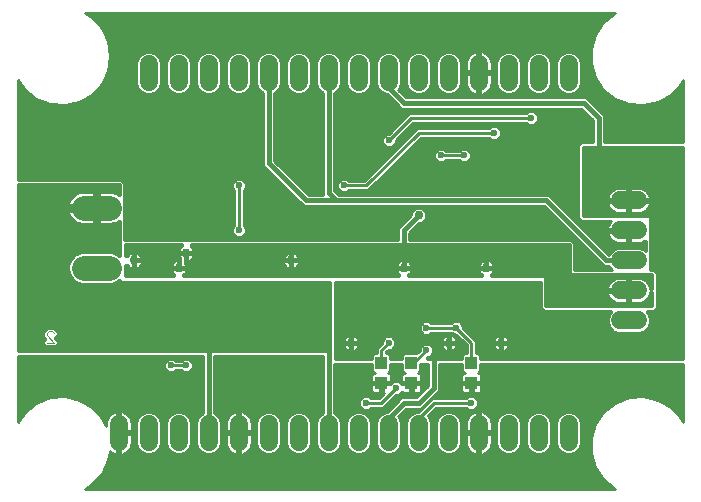
<source format=gbl>
G75*
%MOIN*%
%OFA0B0*%
%FSLAX25Y25*%
%IPPOS*%
%LPD*%
%AMOC8*
5,1,8,0,0,1.08239X$1,22.5*
%
%ADD10C,0.00300*%
%ADD11C,0.06000*%
%ADD12R,0.03937X0.04331*%
%ADD13C,0.08250*%
%ADD14C,0.02362*%
%ADD15C,0.01000*%
%ADD16C,0.02953*%
%ADD17C,0.01600*%
D10*
X0042564Y0085150D02*
X0045033Y0085150D01*
X0042564Y0087619D01*
X0042564Y0088236D01*
X0043182Y0088853D01*
X0044416Y0088853D01*
X0045033Y0088236D01*
D11*
X0066500Y0058000D02*
X0066500Y0052000D01*
X0076500Y0052000D02*
X0076500Y0058000D01*
X0086500Y0058000D02*
X0086500Y0052000D01*
X0096500Y0052000D02*
X0096500Y0058000D01*
X0106500Y0058000D02*
X0106500Y0052000D01*
X0116500Y0052000D02*
X0116500Y0058000D01*
X0126500Y0058000D02*
X0126500Y0052000D01*
X0136500Y0052000D02*
X0136500Y0058000D01*
X0146500Y0058000D02*
X0146500Y0052000D01*
X0156500Y0052000D02*
X0156500Y0058000D01*
X0166500Y0058000D02*
X0166500Y0052000D01*
X0176500Y0052000D02*
X0176500Y0058000D01*
X0186500Y0058000D02*
X0186500Y0052000D01*
X0196500Y0052000D02*
X0196500Y0058000D01*
X0206500Y0058000D02*
X0206500Y0052000D01*
X0216500Y0052000D02*
X0216500Y0058000D01*
X0233500Y0092500D02*
X0239500Y0092500D01*
X0239500Y0102500D02*
X0233500Y0102500D01*
X0233500Y0112500D02*
X0239500Y0112500D01*
X0239500Y0122500D02*
X0233500Y0122500D01*
X0233500Y0132500D02*
X0239500Y0132500D01*
X0216500Y0172000D02*
X0216500Y0178000D01*
X0206500Y0178000D02*
X0206500Y0172000D01*
X0196500Y0172000D02*
X0196500Y0178000D01*
X0186500Y0178000D02*
X0186500Y0172000D01*
X0176500Y0172000D02*
X0176500Y0178000D01*
X0166500Y0178000D02*
X0166500Y0172000D01*
X0156500Y0172000D02*
X0156500Y0178000D01*
X0146500Y0178000D02*
X0146500Y0172000D01*
X0136500Y0172000D02*
X0136500Y0178000D01*
X0126500Y0178000D02*
X0126500Y0172000D01*
X0116500Y0172000D02*
X0116500Y0178000D01*
X0106500Y0178000D02*
X0106500Y0172000D01*
X0096500Y0172000D02*
X0096500Y0178000D01*
X0086500Y0178000D02*
X0086500Y0172000D01*
X0076500Y0172000D02*
X0076500Y0178000D01*
D12*
X0154000Y0078346D03*
X0154000Y0071654D03*
X0164000Y0071654D03*
X0164000Y0078346D03*
X0184000Y0078346D03*
X0184000Y0071654D03*
D13*
X0063125Y0110000D02*
X0054875Y0110000D01*
X0054875Y0130000D02*
X0063125Y0130000D01*
D14*
X0106500Y0122500D03*
X0106500Y0137500D03*
X0141500Y0137500D03*
X0156500Y0152500D03*
X0174000Y0147500D03*
X0181500Y0147500D03*
X0191500Y0155000D03*
X0204000Y0160000D03*
X0179000Y0090000D03*
X0169000Y0090000D03*
X0169000Y0082500D03*
X0156500Y0085000D03*
X0159000Y0070000D03*
X0149000Y0065000D03*
X0184000Y0065000D03*
X0089000Y0077500D03*
X0084000Y0077500D03*
D15*
X0057536Y0037848D02*
X0055174Y0036484D01*
X0231879Y0036484D01*
X0228066Y0039525D01*
X0228066Y0039525D01*
X0228066Y0039525D01*
X0225295Y0043589D01*
X0225295Y0043589D01*
X0223846Y0048289D01*
X0223846Y0053207D01*
X0225295Y0057907D01*
X0225295Y0057907D01*
X0228066Y0061971D01*
X0228066Y0061971D01*
X0228066Y0061971D01*
X0231911Y0065037D01*
X0231911Y0065037D01*
X0236490Y0066834D01*
X0236490Y0066834D01*
X0241394Y0067202D01*
X0241394Y0067202D01*
X0246190Y0066107D01*
X0246190Y0066107D01*
X0250449Y0063648D01*
X0250449Y0063648D01*
X0253794Y0060043D01*
X0253794Y0060043D01*
X0254425Y0058733D01*
X0254425Y0078109D01*
X0187059Y0078109D01*
X0187059Y0075729D01*
X0186420Y0075091D01*
X0186197Y0075091D01*
X0186465Y0075019D01*
X0186759Y0074849D01*
X0186999Y0074609D01*
X0187168Y0074316D01*
X0187256Y0073988D01*
X0187256Y0072138D01*
X0184484Y0072138D01*
X0184484Y0071169D01*
X0184484Y0068201D01*
X0186138Y0068201D01*
X0186465Y0068289D01*
X0186759Y0068458D01*
X0186999Y0068698D01*
X0187168Y0068991D01*
X0187256Y0069319D01*
X0187256Y0071169D01*
X0184484Y0071169D01*
X0183516Y0071169D01*
X0183516Y0068201D01*
X0181862Y0068201D01*
X0181535Y0068289D01*
X0181241Y0068458D01*
X0181001Y0068698D01*
X0180832Y0068991D01*
X0180744Y0069319D01*
X0180744Y0071169D01*
X0183516Y0071169D01*
X0183516Y0072138D01*
X0180744Y0072138D01*
X0180744Y0073988D01*
X0180832Y0074316D01*
X0181001Y0074609D01*
X0181241Y0074849D01*
X0181535Y0075019D01*
X0181803Y0075091D01*
X0181580Y0075091D01*
X0180941Y0075729D01*
X0180941Y0078109D01*
X0173391Y0078109D01*
X0173391Y0069217D01*
X0172283Y0068109D01*
X0167283Y0063109D01*
X0162283Y0063109D01*
X0159729Y0060556D01*
X0159968Y0060317D01*
X0160591Y0058814D01*
X0160591Y0051186D01*
X0159968Y0049683D01*
X0158817Y0048532D01*
X0157314Y0047909D01*
X0155686Y0047909D01*
X0154183Y0048532D01*
X0153032Y0049683D01*
X0152409Y0051186D01*
X0152409Y0058814D01*
X0153032Y0060317D01*
X0154183Y0061468D01*
X0155686Y0062091D01*
X0155917Y0062091D01*
X0159609Y0065783D01*
X0160717Y0066891D01*
X0165717Y0066891D01*
X0169609Y0070783D01*
X0169609Y0078109D01*
X0167059Y0078109D01*
X0167059Y0075729D01*
X0166420Y0075091D01*
X0166197Y0075091D01*
X0166465Y0075019D01*
X0166759Y0074849D01*
X0166999Y0074609D01*
X0167168Y0074316D01*
X0167256Y0073988D01*
X0167256Y0072138D01*
X0164484Y0072138D01*
X0164484Y0071169D01*
X0164484Y0068201D01*
X0166138Y0068201D01*
X0166465Y0068289D01*
X0166759Y0068458D01*
X0166999Y0068698D01*
X0167168Y0068991D01*
X0167256Y0069319D01*
X0167256Y0071169D01*
X0164484Y0071169D01*
X0163516Y0071169D01*
X0163516Y0068201D01*
X0161862Y0068201D01*
X0161535Y0068289D01*
X0161241Y0068458D01*
X0161001Y0068698D01*
X0160968Y0068755D01*
X0159941Y0067728D01*
X0158978Y0067728D01*
X0154659Y0063409D01*
X0150622Y0063409D01*
X0149941Y0062728D01*
X0148059Y0062728D01*
X0146728Y0064059D01*
X0146728Y0065941D01*
X0148059Y0067272D01*
X0149941Y0067272D01*
X0150622Y0066591D01*
X0153341Y0066591D01*
X0154951Y0068201D01*
X0154484Y0068201D01*
X0154484Y0071169D01*
X0153516Y0071169D01*
X0153516Y0068201D01*
X0151862Y0068201D01*
X0151535Y0068289D01*
X0151241Y0068458D01*
X0151001Y0068698D01*
X0150832Y0068991D01*
X0150744Y0069319D01*
X0150744Y0071169D01*
X0153516Y0071169D01*
X0153516Y0072138D01*
X0150744Y0072138D01*
X0150744Y0073988D01*
X0150832Y0074316D01*
X0151001Y0074609D01*
X0151241Y0074849D01*
X0151535Y0075019D01*
X0151803Y0075091D01*
X0151580Y0075091D01*
X0150941Y0075729D01*
X0150941Y0078109D01*
X0138391Y0078109D01*
X0138391Y0061644D01*
X0138817Y0061468D01*
X0139968Y0060317D01*
X0140591Y0058814D01*
X0140591Y0051186D01*
X0139968Y0049683D01*
X0138817Y0048532D01*
X0137314Y0047909D01*
X0135686Y0047909D01*
X0134183Y0048532D01*
X0133032Y0049683D01*
X0132409Y0051186D01*
X0132409Y0058814D01*
X0133032Y0060317D01*
X0134183Y0061468D01*
X0134609Y0061644D01*
X0134609Y0080609D01*
X0098391Y0080609D01*
X0098391Y0061644D01*
X0098817Y0061468D01*
X0099968Y0060317D01*
X0100591Y0058814D01*
X0100591Y0051186D01*
X0099968Y0049683D01*
X0098817Y0048532D01*
X0097314Y0047909D01*
X0095686Y0047909D01*
X0094183Y0048532D01*
X0093032Y0049683D01*
X0092409Y0051186D01*
X0092409Y0058814D01*
X0093032Y0060317D01*
X0094183Y0061468D01*
X0094609Y0061644D01*
X0094609Y0080609D01*
X0032984Y0080609D01*
X0032984Y0058790D01*
X0035153Y0061971D01*
X0035153Y0061971D01*
X0038998Y0065037D01*
X0038998Y0065037D01*
X0043576Y0066834D01*
X0043576Y0066834D01*
X0048481Y0067202D01*
X0048481Y0067202D01*
X0053276Y0066107D01*
X0053276Y0066107D01*
X0057536Y0063648D01*
X0057536Y0063648D01*
X0060881Y0060043D01*
X0060881Y0060043D01*
X0062213Y0057278D01*
X0062213Y0058337D01*
X0062318Y0059004D01*
X0062527Y0059646D01*
X0062833Y0060247D01*
X0063230Y0060793D01*
X0063707Y0061270D01*
X0064253Y0061667D01*
X0064854Y0061973D01*
X0065496Y0062182D01*
X0066000Y0062262D01*
X0066000Y0055500D01*
X0067000Y0055500D01*
X0067000Y0062262D01*
X0067504Y0062182D01*
X0068146Y0061973D01*
X0068747Y0061667D01*
X0069293Y0061270D01*
X0069770Y0060793D01*
X0070167Y0060247D01*
X0070473Y0059646D01*
X0070682Y0059004D01*
X0070787Y0058337D01*
X0070787Y0055500D01*
X0067000Y0055500D01*
X0067000Y0054500D01*
X0070787Y0054500D01*
X0070787Y0051663D01*
X0070682Y0050996D01*
X0070473Y0050354D01*
X0070167Y0049753D01*
X0069770Y0049207D01*
X0069293Y0048730D01*
X0068747Y0048333D01*
X0068146Y0048027D01*
X0067504Y0047818D01*
X0067000Y0047738D01*
X0067000Y0054500D01*
X0066000Y0054500D01*
X0066000Y0047738D01*
X0065496Y0047818D01*
X0064854Y0048027D01*
X0064253Y0048333D01*
X0063707Y0048730D01*
X0063478Y0048958D01*
X0063015Y0045885D01*
X0063015Y0045885D01*
X0060881Y0041453D01*
X0060881Y0041453D01*
X0057536Y0037848D01*
X0057536Y0037848D01*
X0057673Y0037996D02*
X0229984Y0037996D01*
X0228732Y0038994D02*
X0058599Y0038994D01*
X0059526Y0039993D02*
X0227747Y0039993D01*
X0227067Y0040991D02*
X0060452Y0040991D01*
X0061139Y0041990D02*
X0226386Y0041990D01*
X0225705Y0042988D02*
X0061620Y0042988D01*
X0062101Y0043987D02*
X0225173Y0043987D01*
X0224865Y0044985D02*
X0062582Y0044985D01*
X0063030Y0045984D02*
X0224557Y0045984D01*
X0224249Y0046982D02*
X0063180Y0046982D01*
X0063331Y0047981D02*
X0064996Y0047981D01*
X0066000Y0047981D02*
X0067000Y0047981D01*
X0067000Y0048979D02*
X0066000Y0048979D01*
X0066000Y0049978D02*
X0067000Y0049978D01*
X0067000Y0050976D02*
X0066000Y0050976D01*
X0066000Y0051975D02*
X0067000Y0051975D01*
X0067000Y0052973D02*
X0066000Y0052973D01*
X0066000Y0053972D02*
X0067000Y0053972D01*
X0067000Y0054970D02*
X0072409Y0054970D01*
X0072409Y0053972D02*
X0070787Y0053972D01*
X0070787Y0052973D02*
X0072409Y0052973D01*
X0072409Y0051975D02*
X0070787Y0051975D01*
X0070675Y0050976D02*
X0072496Y0050976D01*
X0072409Y0051186D02*
X0073032Y0049683D01*
X0074183Y0048532D01*
X0075686Y0047909D01*
X0077314Y0047909D01*
X0078817Y0048532D01*
X0079968Y0049683D01*
X0080591Y0051186D01*
X0080591Y0058814D01*
X0079968Y0060317D01*
X0078817Y0061468D01*
X0077314Y0062091D01*
X0075686Y0062091D01*
X0074183Y0061468D01*
X0073032Y0060317D01*
X0072409Y0058814D01*
X0072409Y0051186D01*
X0072910Y0049978D02*
X0070281Y0049978D01*
X0069542Y0048979D02*
X0073736Y0048979D01*
X0075514Y0047981D02*
X0068004Y0047981D01*
X0077486Y0047981D02*
X0085514Y0047981D01*
X0085686Y0047909D02*
X0087314Y0047909D01*
X0088817Y0048532D01*
X0089968Y0049683D01*
X0090591Y0051186D01*
X0090591Y0058814D01*
X0089968Y0060317D01*
X0088817Y0061468D01*
X0087314Y0062091D01*
X0085686Y0062091D01*
X0084183Y0061468D01*
X0083032Y0060317D01*
X0082409Y0058814D01*
X0082409Y0051186D01*
X0083032Y0049683D01*
X0084183Y0048532D01*
X0085686Y0047909D01*
X0087486Y0047981D02*
X0095514Y0047981D01*
X0097486Y0047981D02*
X0104996Y0047981D01*
X0104854Y0048027D02*
X0105496Y0047818D01*
X0106000Y0047738D01*
X0106000Y0054500D01*
X0107000Y0054500D01*
X0107000Y0055500D01*
X0110787Y0055500D01*
X0110787Y0058337D01*
X0110682Y0059004D01*
X0110473Y0059646D01*
X0110167Y0060247D01*
X0109770Y0060793D01*
X0109293Y0061270D01*
X0108747Y0061667D01*
X0108146Y0061973D01*
X0107504Y0062182D01*
X0107000Y0062262D01*
X0107000Y0055500D01*
X0106000Y0055500D01*
X0106000Y0062262D01*
X0105496Y0062182D01*
X0104854Y0061973D01*
X0104253Y0061667D01*
X0103707Y0061270D01*
X0103230Y0060793D01*
X0102833Y0060247D01*
X0102527Y0059646D01*
X0102318Y0059004D01*
X0102213Y0058337D01*
X0102213Y0055500D01*
X0106000Y0055500D01*
X0106000Y0054500D01*
X0102213Y0054500D01*
X0102213Y0051663D01*
X0102318Y0050996D01*
X0102527Y0050354D01*
X0102833Y0049753D01*
X0103230Y0049207D01*
X0103707Y0048730D01*
X0104253Y0048333D01*
X0104854Y0048027D01*
X0106000Y0047981D02*
X0107000Y0047981D01*
X0107000Y0047738D02*
X0107504Y0047818D01*
X0108146Y0048027D01*
X0108747Y0048333D01*
X0109293Y0048730D01*
X0109770Y0049207D01*
X0110167Y0049753D01*
X0110473Y0050354D01*
X0110682Y0050996D01*
X0110787Y0051663D01*
X0110787Y0054500D01*
X0107000Y0054500D01*
X0107000Y0047738D01*
X0108004Y0047981D02*
X0115514Y0047981D01*
X0115686Y0047909D02*
X0117314Y0047909D01*
X0118817Y0048532D01*
X0119968Y0049683D01*
X0120591Y0051186D01*
X0120591Y0058814D01*
X0119968Y0060317D01*
X0118817Y0061468D01*
X0117314Y0062091D01*
X0115686Y0062091D01*
X0114183Y0061468D01*
X0113032Y0060317D01*
X0112409Y0058814D01*
X0112409Y0051186D01*
X0113032Y0049683D01*
X0114183Y0048532D01*
X0115686Y0047909D01*
X0117486Y0047981D02*
X0125514Y0047981D01*
X0125686Y0047909D02*
X0127314Y0047909D01*
X0128817Y0048532D01*
X0129968Y0049683D01*
X0130591Y0051186D01*
X0130591Y0058814D01*
X0129968Y0060317D01*
X0128817Y0061468D01*
X0127314Y0062091D01*
X0125686Y0062091D01*
X0124183Y0061468D01*
X0123032Y0060317D01*
X0122409Y0058814D01*
X0122409Y0051186D01*
X0123032Y0049683D01*
X0124183Y0048532D01*
X0125686Y0047909D01*
X0127486Y0047981D02*
X0135514Y0047981D01*
X0137486Y0047981D02*
X0145514Y0047981D01*
X0145686Y0047909D02*
X0147314Y0047909D01*
X0148817Y0048532D01*
X0149968Y0049683D01*
X0150591Y0051186D01*
X0150591Y0058814D01*
X0149968Y0060317D01*
X0148817Y0061468D01*
X0147314Y0062091D01*
X0145686Y0062091D01*
X0144183Y0061468D01*
X0143032Y0060317D01*
X0142409Y0058814D01*
X0142409Y0051186D01*
X0143032Y0049683D01*
X0144183Y0048532D01*
X0145686Y0047909D01*
X0147486Y0047981D02*
X0155514Y0047981D01*
X0157486Y0047981D02*
X0165514Y0047981D01*
X0165686Y0047909D02*
X0167314Y0047909D01*
X0168817Y0048532D01*
X0169968Y0049683D01*
X0170591Y0051186D01*
X0170591Y0058814D01*
X0169968Y0060317D01*
X0169517Y0060768D01*
X0172159Y0063409D01*
X0182378Y0063409D01*
X0183059Y0062728D01*
X0184941Y0062728D01*
X0186272Y0064059D01*
X0186272Y0065941D01*
X0184941Y0067272D01*
X0183059Y0067272D01*
X0182378Y0066591D01*
X0170841Y0066591D01*
X0169909Y0065659D01*
X0166341Y0062091D01*
X0165686Y0062091D01*
X0164183Y0061468D01*
X0163032Y0060317D01*
X0162409Y0058814D01*
X0162409Y0051186D01*
X0163032Y0049683D01*
X0164183Y0048532D01*
X0165686Y0047909D01*
X0167486Y0047981D02*
X0175514Y0047981D01*
X0175686Y0047909D02*
X0177314Y0047909D01*
X0178817Y0048532D01*
X0179968Y0049683D01*
X0180591Y0051186D01*
X0180591Y0058814D01*
X0179968Y0060317D01*
X0178817Y0061468D01*
X0177314Y0062091D01*
X0175686Y0062091D01*
X0174183Y0061468D01*
X0173032Y0060317D01*
X0172409Y0058814D01*
X0172409Y0051186D01*
X0173032Y0049683D01*
X0174183Y0048532D01*
X0175686Y0047909D01*
X0177486Y0047981D02*
X0184996Y0047981D01*
X0184854Y0048027D02*
X0185496Y0047818D01*
X0186000Y0047738D01*
X0186000Y0054500D01*
X0187000Y0054500D01*
X0187000Y0055500D01*
X0190787Y0055500D01*
X0190787Y0058337D01*
X0190682Y0059004D01*
X0190473Y0059646D01*
X0190167Y0060247D01*
X0189770Y0060793D01*
X0189293Y0061270D01*
X0188747Y0061667D01*
X0188146Y0061973D01*
X0187504Y0062182D01*
X0187000Y0062262D01*
X0187000Y0055500D01*
X0186000Y0055500D01*
X0186000Y0062262D01*
X0185496Y0062182D01*
X0184854Y0061973D01*
X0184253Y0061667D01*
X0183707Y0061270D01*
X0183230Y0060793D01*
X0182833Y0060247D01*
X0182527Y0059646D01*
X0182318Y0059004D01*
X0182213Y0058337D01*
X0182213Y0055500D01*
X0186000Y0055500D01*
X0186000Y0054500D01*
X0182213Y0054500D01*
X0182213Y0051663D01*
X0182318Y0050996D01*
X0182527Y0050354D01*
X0182833Y0049753D01*
X0183230Y0049207D01*
X0183707Y0048730D01*
X0184253Y0048333D01*
X0184854Y0048027D01*
X0186000Y0047981D02*
X0187000Y0047981D01*
X0187000Y0047738D02*
X0187504Y0047818D01*
X0188146Y0048027D01*
X0188747Y0048333D01*
X0189293Y0048730D01*
X0189770Y0049207D01*
X0190167Y0049753D01*
X0190473Y0050354D01*
X0190682Y0050996D01*
X0190787Y0051663D01*
X0190787Y0054500D01*
X0187000Y0054500D01*
X0187000Y0047738D01*
X0188004Y0047981D02*
X0195514Y0047981D01*
X0195686Y0047909D02*
X0197314Y0047909D01*
X0198817Y0048532D01*
X0199968Y0049683D01*
X0200591Y0051186D01*
X0200591Y0058814D01*
X0199968Y0060317D01*
X0198817Y0061468D01*
X0197314Y0062091D01*
X0195686Y0062091D01*
X0194183Y0061468D01*
X0193032Y0060317D01*
X0192409Y0058814D01*
X0192409Y0051186D01*
X0193032Y0049683D01*
X0194183Y0048532D01*
X0195686Y0047909D01*
X0197486Y0047981D02*
X0205514Y0047981D01*
X0205686Y0047909D02*
X0207314Y0047909D01*
X0208817Y0048532D01*
X0209968Y0049683D01*
X0210591Y0051186D01*
X0210591Y0058814D01*
X0209968Y0060317D01*
X0208817Y0061468D01*
X0207314Y0062091D01*
X0205686Y0062091D01*
X0204183Y0061468D01*
X0203032Y0060317D01*
X0202409Y0058814D01*
X0202409Y0051186D01*
X0203032Y0049683D01*
X0204183Y0048532D01*
X0205686Y0047909D01*
X0207486Y0047981D02*
X0215514Y0047981D01*
X0215686Y0047909D02*
X0217314Y0047909D01*
X0218817Y0048532D01*
X0219968Y0049683D01*
X0220591Y0051186D01*
X0220591Y0058814D01*
X0219968Y0060317D01*
X0218817Y0061468D01*
X0217314Y0062091D01*
X0215686Y0062091D01*
X0214183Y0061468D01*
X0213032Y0060317D01*
X0212409Y0058814D01*
X0212409Y0051186D01*
X0213032Y0049683D01*
X0214183Y0048532D01*
X0215686Y0047909D01*
X0217486Y0047981D02*
X0223941Y0047981D01*
X0223846Y0048979D02*
X0219264Y0048979D01*
X0220090Y0049978D02*
X0223846Y0049978D01*
X0223846Y0050976D02*
X0220503Y0050976D01*
X0220591Y0051975D02*
X0223846Y0051975D01*
X0223846Y0052973D02*
X0220591Y0052973D01*
X0220591Y0053972D02*
X0224082Y0053972D01*
X0224390Y0054970D02*
X0220591Y0054970D01*
X0220591Y0055969D02*
X0224698Y0055969D01*
X0225006Y0056967D02*
X0220591Y0056967D01*
X0220591Y0057966D02*
X0225335Y0057966D01*
X0226016Y0058964D02*
X0220528Y0058964D01*
X0220115Y0059963D02*
X0226697Y0059963D01*
X0227378Y0060961D02*
X0219324Y0060961D01*
X0217629Y0061960D02*
X0228059Y0061960D01*
X0229304Y0062958D02*
X0185171Y0062958D01*
X0184828Y0061960D02*
X0177629Y0061960D01*
X0179324Y0060961D02*
X0183398Y0060961D01*
X0182688Y0059963D02*
X0180115Y0059963D01*
X0180528Y0058964D02*
X0182312Y0058964D01*
X0182213Y0057966D02*
X0180591Y0057966D01*
X0180591Y0056967D02*
X0182213Y0056967D01*
X0182213Y0055969D02*
X0180591Y0055969D01*
X0180591Y0054970D02*
X0186000Y0054970D01*
X0186000Y0053972D02*
X0187000Y0053972D01*
X0187000Y0054970D02*
X0192409Y0054970D01*
X0192409Y0053972D02*
X0190787Y0053972D01*
X0190787Y0052973D02*
X0192409Y0052973D01*
X0192409Y0051975D02*
X0190787Y0051975D01*
X0190675Y0050976D02*
X0192496Y0050976D01*
X0192910Y0049978D02*
X0190281Y0049978D01*
X0189542Y0048979D02*
X0193736Y0048979D01*
X0199264Y0048979D02*
X0203736Y0048979D01*
X0202910Y0049978D02*
X0200090Y0049978D01*
X0200503Y0050976D02*
X0202496Y0050976D01*
X0202409Y0051975D02*
X0200591Y0051975D01*
X0200591Y0052973D02*
X0202409Y0052973D01*
X0202409Y0053972D02*
X0200591Y0053972D01*
X0200591Y0054970D02*
X0202409Y0054970D01*
X0202409Y0055969D02*
X0200591Y0055969D01*
X0200591Y0056967D02*
X0202409Y0056967D01*
X0202409Y0057966D02*
X0200591Y0057966D01*
X0200528Y0058964D02*
X0202472Y0058964D01*
X0202885Y0059963D02*
X0200115Y0059963D01*
X0199324Y0060961D02*
X0203676Y0060961D01*
X0205371Y0061960D02*
X0197629Y0061960D01*
X0195371Y0061960D02*
X0188172Y0061960D01*
X0187000Y0061960D02*
X0186000Y0061960D01*
X0186000Y0060961D02*
X0187000Y0060961D01*
X0187000Y0059963D02*
X0186000Y0059963D01*
X0186000Y0058964D02*
X0187000Y0058964D01*
X0187000Y0057966D02*
X0186000Y0057966D01*
X0186000Y0056967D02*
X0187000Y0056967D01*
X0187000Y0055969D02*
X0186000Y0055969D01*
X0186000Y0052973D02*
X0187000Y0052973D01*
X0187000Y0051975D02*
X0186000Y0051975D01*
X0186000Y0050976D02*
X0187000Y0050976D01*
X0187000Y0049978D02*
X0186000Y0049978D01*
X0186000Y0048979D02*
X0187000Y0048979D01*
X0183458Y0048979D02*
X0179264Y0048979D01*
X0180090Y0049978D02*
X0182719Y0049978D01*
X0182325Y0050976D02*
X0180503Y0050976D01*
X0180591Y0051975D02*
X0182213Y0051975D01*
X0182213Y0052973D02*
X0180591Y0052973D01*
X0180591Y0053972D02*
X0182213Y0053972D01*
X0190787Y0055969D02*
X0192409Y0055969D01*
X0192409Y0056967D02*
X0190787Y0056967D01*
X0190787Y0057966D02*
X0192409Y0057966D01*
X0192472Y0058964D02*
X0190688Y0058964D01*
X0190312Y0059963D02*
X0192885Y0059963D01*
X0193676Y0060961D02*
X0189602Y0060961D01*
X0186169Y0063957D02*
X0230556Y0063957D01*
X0231808Y0064955D02*
X0186272Y0064955D01*
X0186259Y0065954D02*
X0234246Y0065954D01*
X0238065Y0066952D02*
X0185260Y0066952D01*
X0184484Y0068949D02*
X0183516Y0068949D01*
X0183516Y0069948D02*
X0184484Y0069948D01*
X0184484Y0070946D02*
X0183516Y0070946D01*
X0183516Y0071945D02*
X0173391Y0071945D01*
X0173391Y0072943D02*
X0180744Y0072943D01*
X0180744Y0073942D02*
X0173391Y0073942D01*
X0173391Y0074940D02*
X0181399Y0074940D01*
X0180941Y0075939D02*
X0173391Y0075939D01*
X0173391Y0076937D02*
X0180941Y0076937D01*
X0180941Y0077936D02*
X0173391Y0077936D01*
X0169609Y0077936D02*
X0167059Y0077936D01*
X0167059Y0076937D02*
X0169609Y0076937D01*
X0169609Y0075939D02*
X0167059Y0075939D01*
X0166601Y0074940D02*
X0169609Y0074940D01*
X0169609Y0073942D02*
X0167256Y0073942D01*
X0167256Y0072943D02*
X0169609Y0072943D01*
X0169609Y0071945D02*
X0164484Y0071945D01*
X0163516Y0071945D02*
X0160268Y0071945D01*
X0159941Y0072272D02*
X0158059Y0072272D01*
X0156957Y0071169D01*
X0154484Y0071169D01*
X0154484Y0072138D01*
X0157256Y0072138D01*
X0157256Y0073988D01*
X0157168Y0074316D01*
X0156999Y0074609D01*
X0156759Y0074849D01*
X0156465Y0075019D01*
X0156197Y0075091D01*
X0156420Y0075091D01*
X0157059Y0075729D01*
X0157059Y0078109D01*
X0160941Y0078109D01*
X0160941Y0075729D01*
X0161580Y0075091D01*
X0161803Y0075091D01*
X0161535Y0075019D01*
X0161241Y0074849D01*
X0161001Y0074609D01*
X0160832Y0074316D01*
X0160744Y0073988D01*
X0160744Y0072138D01*
X0163516Y0072138D01*
X0163516Y0071169D01*
X0161043Y0071169D01*
X0159941Y0072272D01*
X0160744Y0072943D02*
X0157256Y0072943D01*
X0157256Y0073942D02*
X0160744Y0073942D01*
X0161399Y0074940D02*
X0156601Y0074940D01*
X0157059Y0075939D02*
X0160941Y0075939D01*
X0160941Y0076937D02*
X0157059Y0076937D01*
X0157059Y0077936D02*
X0160941Y0077936D01*
X0164000Y0078346D02*
X0164846Y0078346D01*
X0169000Y0082500D01*
X0169000Y0090000D02*
X0179000Y0090000D01*
X0184000Y0085000D01*
X0184000Y0078346D01*
X0184000Y0080000D01*
X0187059Y0077936D02*
X0254425Y0077936D01*
X0254425Y0076937D02*
X0187059Y0076937D01*
X0187059Y0075939D02*
X0254425Y0075939D01*
X0254425Y0074940D02*
X0186601Y0074940D01*
X0187256Y0073942D02*
X0254425Y0073942D01*
X0254425Y0072943D02*
X0187256Y0072943D01*
X0187256Y0070946D02*
X0254425Y0070946D01*
X0254425Y0069948D02*
X0187256Y0069948D01*
X0187144Y0068949D02*
X0254425Y0068949D01*
X0254425Y0067951D02*
X0172125Y0067951D01*
X0173123Y0068949D02*
X0180856Y0068949D01*
X0180744Y0069948D02*
X0173391Y0069948D01*
X0173391Y0070946D02*
X0180744Y0070946D01*
X0184484Y0071945D02*
X0254425Y0071945D01*
X0254425Y0066952D02*
X0242488Y0066952D01*
X0246456Y0065954D02*
X0254425Y0065954D01*
X0254425Y0064955D02*
X0248185Y0064955D01*
X0249914Y0063957D02*
X0254425Y0063957D01*
X0254425Y0062958D02*
X0251089Y0062958D01*
X0252016Y0061960D02*
X0254425Y0061960D01*
X0254425Y0060961D02*
X0252942Y0060961D01*
X0253833Y0059963D02*
X0254425Y0059963D01*
X0254425Y0058964D02*
X0254314Y0058964D01*
X0231236Y0036997D02*
X0056062Y0036997D01*
X0066000Y0055969D02*
X0067000Y0055969D01*
X0067000Y0056967D02*
X0066000Y0056967D01*
X0066000Y0057966D02*
X0067000Y0057966D01*
X0067000Y0058964D02*
X0066000Y0058964D01*
X0066000Y0059963D02*
X0067000Y0059963D01*
X0067000Y0060961D02*
X0066000Y0060961D01*
X0066000Y0061960D02*
X0067000Y0061960D01*
X0068172Y0061960D02*
X0075371Y0061960D01*
X0073676Y0060961D02*
X0069602Y0060961D01*
X0070312Y0059963D02*
X0072885Y0059963D01*
X0072472Y0058964D02*
X0070688Y0058964D01*
X0070787Y0057966D02*
X0072409Y0057966D01*
X0072409Y0056967D02*
X0070787Y0056967D01*
X0070787Y0055969D02*
X0072409Y0055969D01*
X0077629Y0061960D02*
X0085371Y0061960D01*
X0083676Y0060961D02*
X0079324Y0060961D01*
X0080115Y0059963D02*
X0082885Y0059963D01*
X0082472Y0058964D02*
X0080528Y0058964D01*
X0080591Y0057966D02*
X0082409Y0057966D01*
X0082409Y0056967D02*
X0080591Y0056967D01*
X0080591Y0055969D02*
X0082409Y0055969D01*
X0082409Y0054970D02*
X0080591Y0054970D01*
X0080591Y0053972D02*
X0082409Y0053972D01*
X0082409Y0052973D02*
X0080591Y0052973D01*
X0080591Y0051975D02*
X0082409Y0051975D01*
X0082496Y0050976D02*
X0080503Y0050976D01*
X0080090Y0049978D02*
X0082910Y0049978D01*
X0083736Y0048979D02*
X0079264Y0048979D01*
X0089264Y0048979D02*
X0093736Y0048979D01*
X0092910Y0049978D02*
X0090090Y0049978D01*
X0090503Y0050976D02*
X0092496Y0050976D01*
X0092409Y0051975D02*
X0090591Y0051975D01*
X0090591Y0052973D02*
X0092409Y0052973D01*
X0092409Y0053972D02*
X0090591Y0053972D01*
X0090591Y0054970D02*
X0092409Y0054970D01*
X0092409Y0055969D02*
X0090591Y0055969D01*
X0090591Y0056967D02*
X0092409Y0056967D01*
X0092409Y0057966D02*
X0090591Y0057966D01*
X0090528Y0058964D02*
X0092472Y0058964D01*
X0092885Y0059963D02*
X0090115Y0059963D01*
X0089324Y0060961D02*
X0093676Y0060961D01*
X0094609Y0061960D02*
X0087629Y0061960D01*
X0094609Y0062958D02*
X0058176Y0062958D01*
X0059102Y0061960D02*
X0064828Y0061960D01*
X0063398Y0060961D02*
X0060029Y0060961D01*
X0060920Y0059963D02*
X0062688Y0059963D01*
X0062312Y0058964D02*
X0061400Y0058964D01*
X0061881Y0057966D02*
X0062213Y0057966D01*
X0057001Y0063957D02*
X0094609Y0063957D01*
X0094609Y0064955D02*
X0055272Y0064955D01*
X0053542Y0065954D02*
X0094609Y0065954D01*
X0094609Y0066952D02*
X0049574Y0066952D01*
X0045152Y0066952D02*
X0032984Y0066952D01*
X0032984Y0065954D02*
X0041333Y0065954D01*
X0038895Y0064955D02*
X0032984Y0064955D01*
X0032984Y0063957D02*
X0037643Y0063957D01*
X0036391Y0062958D02*
X0032984Y0062958D01*
X0032984Y0061960D02*
X0035145Y0061960D01*
X0034464Y0060961D02*
X0032984Y0060961D01*
X0032984Y0059963D02*
X0033784Y0059963D01*
X0033103Y0058964D02*
X0032984Y0058964D01*
X0032984Y0067951D02*
X0094609Y0067951D01*
X0094609Y0068949D02*
X0032984Y0068949D01*
X0032984Y0069948D02*
X0094609Y0069948D01*
X0094609Y0070946D02*
X0032984Y0070946D01*
X0032984Y0071945D02*
X0094609Y0071945D01*
X0094609Y0072943D02*
X0032984Y0072943D01*
X0032984Y0073942D02*
X0094609Y0073942D01*
X0094609Y0074940D02*
X0032984Y0074940D01*
X0032984Y0075939D02*
X0082348Y0075939D01*
X0081728Y0076559D02*
X0083059Y0075228D01*
X0084941Y0075228D01*
X0085622Y0075909D01*
X0087378Y0075909D01*
X0088059Y0075228D01*
X0089941Y0075228D01*
X0091272Y0076559D01*
X0091272Y0078441D01*
X0089941Y0079772D01*
X0088059Y0079772D01*
X0087378Y0079091D01*
X0085622Y0079091D01*
X0084941Y0079772D01*
X0083059Y0079772D01*
X0081728Y0078441D01*
X0081728Y0076559D01*
X0081728Y0076937D02*
X0032984Y0076937D01*
X0032984Y0077936D02*
X0081728Y0077936D01*
X0082222Y0078934D02*
X0032984Y0078934D01*
X0032984Y0079933D02*
X0094609Y0079933D01*
X0094609Y0078934D02*
X0090778Y0078934D01*
X0091272Y0077936D02*
X0094609Y0077936D01*
X0094609Y0076937D02*
X0091272Y0076937D01*
X0090652Y0075939D02*
X0094609Y0075939D01*
X0098391Y0075939D02*
X0134609Y0075939D01*
X0134609Y0076937D02*
X0098391Y0076937D01*
X0098391Y0077936D02*
X0134609Y0077936D01*
X0134609Y0078934D02*
X0098391Y0078934D01*
X0098391Y0079933D02*
X0134609Y0079933D01*
X0138391Y0077936D02*
X0150941Y0077936D01*
X0150941Y0076937D02*
X0138391Y0076937D01*
X0138391Y0075939D02*
X0150941Y0075939D01*
X0151399Y0074940D02*
X0138391Y0074940D01*
X0138391Y0073942D02*
X0150744Y0073942D01*
X0150744Y0072943D02*
X0138391Y0072943D01*
X0138391Y0071945D02*
X0153516Y0071945D01*
X0154484Y0071945D02*
X0157732Y0071945D01*
X0159000Y0070000D02*
X0154000Y0065000D01*
X0149000Y0065000D01*
X0146728Y0064955D02*
X0138391Y0064955D01*
X0138391Y0063957D02*
X0146831Y0063957D01*
X0147829Y0062958D02*
X0138391Y0062958D01*
X0138391Y0061960D02*
X0145371Y0061960D01*
X0143676Y0060961D02*
X0139324Y0060961D01*
X0140115Y0059963D02*
X0142885Y0059963D01*
X0142472Y0058964D02*
X0140528Y0058964D01*
X0140591Y0057966D02*
X0142409Y0057966D01*
X0142409Y0056967D02*
X0140591Y0056967D01*
X0140591Y0055969D02*
X0142409Y0055969D01*
X0142409Y0054970D02*
X0140591Y0054970D01*
X0140591Y0053972D02*
X0142409Y0053972D01*
X0142409Y0052973D02*
X0140591Y0052973D01*
X0140591Y0051975D02*
X0142409Y0051975D01*
X0142496Y0050976D02*
X0140503Y0050976D01*
X0140090Y0049978D02*
X0142910Y0049978D01*
X0143736Y0048979D02*
X0139264Y0048979D01*
X0133736Y0048979D02*
X0129264Y0048979D01*
X0130090Y0049978D02*
X0132910Y0049978D01*
X0132496Y0050976D02*
X0130503Y0050976D01*
X0130591Y0051975D02*
X0132409Y0051975D01*
X0132409Y0052973D02*
X0130591Y0052973D01*
X0130591Y0053972D02*
X0132409Y0053972D01*
X0132409Y0054970D02*
X0130591Y0054970D01*
X0130591Y0055969D02*
X0132409Y0055969D01*
X0132409Y0056967D02*
X0130591Y0056967D01*
X0130591Y0057966D02*
X0132409Y0057966D01*
X0132472Y0058964D02*
X0130528Y0058964D01*
X0130115Y0059963D02*
X0132885Y0059963D01*
X0133676Y0060961D02*
X0129324Y0060961D01*
X0127629Y0061960D02*
X0134609Y0061960D01*
X0134609Y0062958D02*
X0098391Y0062958D01*
X0098391Y0061960D02*
X0104828Y0061960D01*
X0106000Y0061960D02*
X0107000Y0061960D01*
X0107000Y0060961D02*
X0106000Y0060961D01*
X0106000Y0059963D02*
X0107000Y0059963D01*
X0107000Y0058964D02*
X0106000Y0058964D01*
X0106000Y0057966D02*
X0107000Y0057966D01*
X0107000Y0056967D02*
X0106000Y0056967D01*
X0106000Y0055969D02*
X0107000Y0055969D01*
X0107000Y0054970D02*
X0112409Y0054970D01*
X0112409Y0053972D02*
X0110787Y0053972D01*
X0110787Y0052973D02*
X0112409Y0052973D01*
X0112409Y0051975D02*
X0110787Y0051975D01*
X0110675Y0050976D02*
X0112496Y0050976D01*
X0112910Y0049978D02*
X0110281Y0049978D01*
X0109542Y0048979D02*
X0113736Y0048979D01*
X0119264Y0048979D02*
X0123736Y0048979D01*
X0122910Y0049978D02*
X0120090Y0049978D01*
X0120503Y0050976D02*
X0122496Y0050976D01*
X0122409Y0051975D02*
X0120591Y0051975D01*
X0120591Y0052973D02*
X0122409Y0052973D01*
X0122409Y0053972D02*
X0120591Y0053972D01*
X0120591Y0054970D02*
X0122409Y0054970D01*
X0122409Y0055969D02*
X0120591Y0055969D01*
X0120591Y0056967D02*
X0122409Y0056967D01*
X0122409Y0057966D02*
X0120591Y0057966D01*
X0120528Y0058964D02*
X0122472Y0058964D01*
X0122885Y0059963D02*
X0120115Y0059963D01*
X0119324Y0060961D02*
X0123676Y0060961D01*
X0125371Y0061960D02*
X0117629Y0061960D01*
X0115371Y0061960D02*
X0108172Y0061960D01*
X0109602Y0060961D02*
X0113676Y0060961D01*
X0112885Y0059963D02*
X0110312Y0059963D01*
X0110688Y0058964D02*
X0112472Y0058964D01*
X0112409Y0057966D02*
X0110787Y0057966D01*
X0110787Y0056967D02*
X0112409Y0056967D01*
X0112409Y0055969D02*
X0110787Y0055969D01*
X0107000Y0053972D02*
X0106000Y0053972D01*
X0106000Y0054970D02*
X0100591Y0054970D01*
X0100591Y0053972D02*
X0102213Y0053972D01*
X0102213Y0052973D02*
X0100591Y0052973D01*
X0100591Y0051975D02*
X0102213Y0051975D01*
X0102325Y0050976D02*
X0100503Y0050976D01*
X0100090Y0049978D02*
X0102719Y0049978D01*
X0103458Y0048979D02*
X0099264Y0048979D01*
X0106000Y0048979D02*
X0107000Y0048979D01*
X0107000Y0049978D02*
X0106000Y0049978D01*
X0106000Y0050976D02*
X0107000Y0050976D01*
X0107000Y0051975D02*
X0106000Y0051975D01*
X0106000Y0052973D02*
X0107000Y0052973D01*
X0102213Y0055969D02*
X0100591Y0055969D01*
X0100591Y0056967D02*
X0102213Y0056967D01*
X0102213Y0057966D02*
X0100591Y0057966D01*
X0100528Y0058964D02*
X0102312Y0058964D01*
X0102688Y0059963D02*
X0100115Y0059963D01*
X0099324Y0060961D02*
X0103398Y0060961D01*
X0098391Y0063957D02*
X0134609Y0063957D01*
X0134609Y0064955D02*
X0098391Y0064955D01*
X0098391Y0065954D02*
X0134609Y0065954D01*
X0134609Y0066952D02*
X0098391Y0066952D01*
X0098391Y0067951D02*
X0134609Y0067951D01*
X0134609Y0068949D02*
X0098391Y0068949D01*
X0098391Y0069948D02*
X0134609Y0069948D01*
X0134609Y0070946D02*
X0098391Y0070946D01*
X0098391Y0071945D02*
X0134609Y0071945D01*
X0134609Y0072943D02*
X0098391Y0072943D01*
X0098391Y0073942D02*
X0134609Y0073942D01*
X0134609Y0074940D02*
X0098391Y0074940D01*
X0089000Y0077500D02*
X0084000Y0077500D01*
X0068391Y0119391D02*
X0068391Y0138283D01*
X0067283Y0139391D01*
X0032984Y0139391D01*
X0032984Y0172627D01*
X0035153Y0169446D01*
X0038998Y0166380D01*
X0043576Y0164583D01*
X0043576Y0164583D01*
X0048481Y0164215D01*
X0053276Y0165310D01*
X0053276Y0165310D01*
X0057536Y0167769D01*
X0060881Y0171375D01*
X0063015Y0175806D01*
X0063748Y0180669D01*
X0063015Y0185533D01*
X0060881Y0189964D01*
X0057536Y0193570D01*
X0055174Y0194933D01*
X0231879Y0194933D01*
X0228066Y0191892D01*
X0225295Y0187828D01*
X0223846Y0183128D01*
X0223846Y0178210D01*
X0225295Y0173510D01*
X0228066Y0169446D01*
X0231911Y0166380D01*
X0231911Y0166380D01*
X0236490Y0164583D01*
X0241394Y0164215D01*
X0241394Y0164215D01*
X0246190Y0165310D01*
X0250449Y0167769D01*
X0253794Y0171375D01*
X0254425Y0172684D01*
X0254425Y0151891D01*
X0228391Y0151891D01*
X0228391Y0160783D01*
X0227283Y0161891D01*
X0222283Y0166891D01*
X0162283Y0166891D01*
X0159729Y0169444D01*
X0159968Y0169683D01*
X0160591Y0171186D01*
X0160591Y0178814D01*
X0159968Y0180317D01*
X0158817Y0181468D01*
X0157314Y0182091D01*
X0155686Y0182091D01*
X0154183Y0181468D01*
X0153032Y0180317D01*
X0152409Y0178814D01*
X0152409Y0171186D01*
X0153032Y0169683D01*
X0154183Y0168532D01*
X0155686Y0167909D01*
X0155917Y0167909D01*
X0159609Y0164217D01*
X0160717Y0163109D01*
X0220717Y0163109D01*
X0224609Y0159217D01*
X0224609Y0151891D01*
X0220717Y0151891D01*
X0219609Y0150783D01*
X0219609Y0126717D01*
X0220717Y0125609D01*
X0230546Y0125609D01*
X0230230Y0125293D01*
X0229833Y0124747D01*
X0229527Y0124146D01*
X0229318Y0123504D01*
X0229238Y0123000D01*
X0236000Y0123000D01*
X0236000Y0122000D01*
X0237000Y0122000D01*
X0237000Y0118213D01*
X0239837Y0118213D01*
X0240504Y0118318D01*
X0241146Y0118527D01*
X0241747Y0118833D01*
X0242109Y0119096D01*
X0242109Y0115675D01*
X0241817Y0115968D01*
X0240314Y0116591D01*
X0232686Y0116591D01*
X0231183Y0115968D01*
X0230032Y0114817D01*
X0229856Y0114391D01*
X0229783Y0114391D01*
X0210891Y0133283D01*
X0209783Y0134391D01*
X0139783Y0134391D01*
X0138391Y0135783D01*
X0138391Y0168356D01*
X0138817Y0168532D01*
X0139968Y0169683D01*
X0140591Y0171186D01*
X0140591Y0178814D01*
X0139968Y0180317D01*
X0138817Y0181468D01*
X0137314Y0182091D01*
X0135686Y0182091D01*
X0134183Y0181468D01*
X0133032Y0180317D01*
X0132409Y0178814D01*
X0132409Y0171186D01*
X0133032Y0169683D01*
X0134183Y0168532D01*
X0134609Y0168356D01*
X0134609Y0134391D01*
X0129783Y0134391D01*
X0118391Y0145783D01*
X0118391Y0168356D01*
X0118817Y0168532D01*
X0119968Y0169683D01*
X0120591Y0171186D01*
X0120591Y0178814D01*
X0119968Y0180317D01*
X0118817Y0181468D01*
X0117314Y0182091D01*
X0115686Y0182091D01*
X0114183Y0181468D01*
X0113032Y0180317D01*
X0112409Y0178814D01*
X0112409Y0171186D01*
X0113032Y0169683D01*
X0114183Y0168532D01*
X0114609Y0168356D01*
X0114609Y0144217D01*
X0115717Y0143109D01*
X0128217Y0130609D01*
X0208217Y0130609D01*
X0228217Y0110609D01*
X0229856Y0110609D01*
X0230032Y0110183D01*
X0230825Y0109391D01*
X0218391Y0109391D01*
X0218391Y0118283D01*
X0217283Y0119391D01*
X0163391Y0119391D01*
X0163391Y0121717D01*
X0166607Y0124933D01*
X0167011Y0124933D01*
X0167954Y0125324D01*
X0168676Y0126046D01*
X0169067Y0126989D01*
X0169067Y0128011D01*
X0168676Y0128954D01*
X0167954Y0129676D01*
X0167011Y0130067D01*
X0165989Y0130067D01*
X0165046Y0129676D01*
X0164324Y0128954D01*
X0163933Y0128011D01*
X0163933Y0127607D01*
X0160717Y0124391D01*
X0159609Y0123283D01*
X0159609Y0119391D01*
X0068391Y0119391D01*
X0068391Y0119873D02*
X0159609Y0119873D01*
X0159609Y0120872D02*
X0108085Y0120872D01*
X0107441Y0120228D02*
X0108772Y0121559D01*
X0108772Y0123441D01*
X0108091Y0124122D01*
X0108091Y0135878D01*
X0108772Y0136559D01*
X0108772Y0138441D01*
X0107441Y0139772D01*
X0105559Y0139772D01*
X0104228Y0138441D01*
X0104228Y0136559D01*
X0104909Y0135878D01*
X0104909Y0124122D01*
X0104228Y0123441D01*
X0104228Y0121559D01*
X0105559Y0120228D01*
X0107441Y0120228D01*
X0108772Y0121870D02*
X0159609Y0121870D01*
X0159609Y0122869D02*
X0108772Y0122869D01*
X0108345Y0123868D02*
X0160194Y0123868D01*
X0161192Y0124866D02*
X0108091Y0124866D01*
X0108091Y0125865D02*
X0162191Y0125865D01*
X0163189Y0126863D02*
X0108091Y0126863D01*
X0108091Y0127862D02*
X0163933Y0127862D01*
X0164285Y0128860D02*
X0108091Y0128860D01*
X0108091Y0129859D02*
X0165486Y0129859D01*
X0167514Y0129859D02*
X0208968Y0129859D01*
X0209966Y0128860D02*
X0168715Y0128860D01*
X0169067Y0127862D02*
X0210965Y0127862D01*
X0211963Y0126863D02*
X0169015Y0126863D01*
X0168495Y0125865D02*
X0212962Y0125865D01*
X0213960Y0124866D02*
X0166540Y0124866D01*
X0165541Y0123868D02*
X0214959Y0123868D01*
X0215957Y0122869D02*
X0164543Y0122869D01*
X0163544Y0121870D02*
X0216956Y0121870D01*
X0217954Y0120872D02*
X0163391Y0120872D01*
X0163391Y0119873D02*
X0218953Y0119873D01*
X0219951Y0118875D02*
X0217799Y0118875D01*
X0218391Y0117876D02*
X0220950Y0117876D01*
X0221948Y0116878D02*
X0218391Y0116878D01*
X0218391Y0115879D02*
X0222947Y0115879D01*
X0223945Y0114881D02*
X0218391Y0114881D01*
X0218391Y0113882D02*
X0224944Y0113882D01*
X0225942Y0112884D02*
X0218391Y0112884D01*
X0218391Y0111885D02*
X0226941Y0111885D01*
X0227939Y0110887D02*
X0218391Y0110887D01*
X0218391Y0109888D02*
X0230327Y0109888D01*
X0230096Y0114881D02*
X0229293Y0114881D01*
X0228294Y0115879D02*
X0231095Y0115879D01*
X0231854Y0118527D02*
X0232496Y0118318D01*
X0233163Y0118213D01*
X0236000Y0118213D01*
X0236000Y0122000D01*
X0229238Y0122000D01*
X0229318Y0121496D01*
X0229527Y0120854D01*
X0229833Y0120253D01*
X0230230Y0119707D01*
X0230707Y0119230D01*
X0231253Y0118833D01*
X0231854Y0118527D01*
X0231195Y0118875D02*
X0225299Y0118875D01*
X0226297Y0117876D02*
X0242109Y0117876D01*
X0242109Y0116878D02*
X0227296Y0116878D01*
X0230109Y0119873D02*
X0224300Y0119873D01*
X0223302Y0120872D02*
X0229521Y0120872D01*
X0229259Y0121870D02*
X0222303Y0121870D01*
X0221305Y0122869D02*
X0236000Y0122869D01*
X0236000Y0121870D02*
X0237000Y0121870D01*
X0237000Y0120872D02*
X0236000Y0120872D01*
X0236000Y0119873D02*
X0237000Y0119873D01*
X0237000Y0118875D02*
X0236000Y0118875D01*
X0241805Y0118875D02*
X0242109Y0118875D01*
X0242109Y0115879D02*
X0241905Y0115879D01*
X0229436Y0123868D02*
X0220306Y0123868D01*
X0219308Y0124866D02*
X0229920Y0124866D01*
X0220462Y0125865D02*
X0218309Y0125865D01*
X0217311Y0126863D02*
X0219609Y0126863D01*
X0219609Y0127862D02*
X0216312Y0127862D01*
X0215314Y0128860D02*
X0219609Y0128860D01*
X0219609Y0129859D02*
X0214315Y0129859D01*
X0213317Y0130857D02*
X0219609Y0130857D01*
X0219609Y0131856D02*
X0212318Y0131856D01*
X0211320Y0132854D02*
X0219609Y0132854D01*
X0219609Y0133853D02*
X0210321Y0133853D01*
X0219609Y0134851D02*
X0139322Y0134851D01*
X0139938Y0135850D02*
X0138391Y0135850D01*
X0138391Y0136848D02*
X0139228Y0136848D01*
X0139228Y0136559D02*
X0140559Y0135228D01*
X0142441Y0135228D01*
X0143122Y0135909D01*
X0149659Y0135909D01*
X0150591Y0136841D01*
X0167159Y0153409D01*
X0189878Y0153409D01*
X0190559Y0152728D01*
X0192441Y0152728D01*
X0193772Y0154059D01*
X0193772Y0155941D01*
X0192441Y0157272D01*
X0190559Y0157272D01*
X0189878Y0156591D01*
X0165841Y0156591D01*
X0148341Y0139091D01*
X0143122Y0139091D01*
X0142441Y0139772D01*
X0140559Y0139772D01*
X0139228Y0138441D01*
X0139228Y0136559D01*
X0139228Y0137847D02*
X0138391Y0137847D01*
X0138391Y0138845D02*
X0139633Y0138845D01*
X0138391Y0139844D02*
X0149094Y0139844D01*
X0150093Y0140842D02*
X0138391Y0140842D01*
X0138391Y0141841D02*
X0151091Y0141841D01*
X0152090Y0142839D02*
X0138391Y0142839D01*
X0138391Y0143838D02*
X0153088Y0143838D01*
X0154087Y0144836D02*
X0138391Y0144836D01*
X0138391Y0145835D02*
X0155085Y0145835D01*
X0156084Y0146833D02*
X0138391Y0146833D01*
X0138391Y0147832D02*
X0157082Y0147832D01*
X0158081Y0148830D02*
X0138391Y0148830D01*
X0138391Y0149829D02*
X0159079Y0149829D01*
X0160078Y0150827D02*
X0158040Y0150827D01*
X0157441Y0150228D02*
X0158772Y0151559D01*
X0158772Y0152522D01*
X0164659Y0158409D01*
X0202378Y0158409D01*
X0203059Y0157728D01*
X0204941Y0157728D01*
X0206272Y0159059D01*
X0206272Y0160941D01*
X0204941Y0162272D01*
X0203059Y0162272D01*
X0202378Y0161591D01*
X0163341Y0161591D01*
X0156522Y0154772D01*
X0155559Y0154772D01*
X0154228Y0153441D01*
X0154228Y0151559D01*
X0155559Y0150228D01*
X0157441Y0150228D01*
X0158772Y0151826D02*
X0161076Y0151826D01*
X0162075Y0152824D02*
X0159074Y0152824D01*
X0160072Y0153823D02*
X0163073Y0153823D01*
X0164072Y0154821D02*
X0161071Y0154821D01*
X0162069Y0155820D02*
X0165070Y0155820D01*
X0166500Y0155000D02*
X0149000Y0137500D01*
X0141500Y0137500D01*
X0143062Y0135850D02*
X0219609Y0135850D01*
X0219609Y0136848D02*
X0150598Y0136848D01*
X0151596Y0137847D02*
X0219609Y0137847D01*
X0219609Y0138845D02*
X0152595Y0138845D01*
X0153593Y0139844D02*
X0219609Y0139844D01*
X0219609Y0140842D02*
X0154592Y0140842D01*
X0155590Y0141841D02*
X0219609Y0141841D01*
X0219609Y0142839D02*
X0156589Y0142839D01*
X0157587Y0143838D02*
X0219609Y0143838D01*
X0219609Y0144836D02*
X0158586Y0144836D01*
X0159584Y0145835D02*
X0172453Y0145835D01*
X0173059Y0145228D02*
X0174941Y0145228D01*
X0175622Y0145909D01*
X0179878Y0145909D01*
X0180559Y0145228D01*
X0182441Y0145228D01*
X0183772Y0146559D01*
X0183772Y0148441D01*
X0182441Y0149772D01*
X0180559Y0149772D01*
X0179878Y0149091D01*
X0175622Y0149091D01*
X0174941Y0149772D01*
X0173059Y0149772D01*
X0171728Y0148441D01*
X0171728Y0146559D01*
X0173059Y0145228D01*
X0171728Y0146833D02*
X0160583Y0146833D01*
X0161581Y0147832D02*
X0171728Y0147832D01*
X0172118Y0148830D02*
X0162580Y0148830D01*
X0163578Y0149829D02*
X0219609Y0149829D01*
X0219609Y0148830D02*
X0183382Y0148830D01*
X0183772Y0147832D02*
X0219609Y0147832D01*
X0219609Y0146833D02*
X0183772Y0146833D01*
X0183047Y0145835D02*
X0219609Y0145835D01*
X0219654Y0150827D02*
X0164577Y0150827D01*
X0165575Y0151826D02*
X0220652Y0151826D01*
X0224609Y0152824D02*
X0192537Y0152824D01*
X0193535Y0153823D02*
X0224609Y0153823D01*
X0224609Y0154821D02*
X0193772Y0154821D01*
X0193772Y0155820D02*
X0224609Y0155820D01*
X0224609Y0156818D02*
X0192894Y0156818D01*
X0191500Y0155000D02*
X0166500Y0155000D01*
X0166574Y0152824D02*
X0190463Y0152824D01*
X0190106Y0156818D02*
X0163068Y0156818D01*
X0164066Y0157817D02*
X0202970Y0157817D01*
X0205029Y0157817D02*
X0224609Y0157817D01*
X0224609Y0158815D02*
X0206028Y0158815D01*
X0206272Y0159814D02*
X0224012Y0159814D01*
X0223014Y0160812D02*
X0206272Y0160812D01*
X0205402Y0161811D02*
X0222015Y0161811D01*
X0221017Y0162809D02*
X0138391Y0162809D01*
X0138391Y0161811D02*
X0202598Y0161811D01*
X0204000Y0160000D02*
X0164000Y0160000D01*
X0156500Y0152500D01*
X0154960Y0150827D02*
X0138391Y0150827D01*
X0138391Y0151826D02*
X0154228Y0151826D01*
X0154228Y0152824D02*
X0138391Y0152824D01*
X0138391Y0153823D02*
X0154610Y0153823D01*
X0156572Y0154821D02*
X0138391Y0154821D01*
X0138391Y0155820D02*
X0157570Y0155820D01*
X0158569Y0156818D02*
X0138391Y0156818D01*
X0138391Y0157817D02*
X0159568Y0157817D01*
X0160566Y0158815D02*
X0138391Y0158815D01*
X0138391Y0159814D02*
X0161565Y0159814D01*
X0162563Y0160812D02*
X0138391Y0160812D01*
X0134609Y0160812D02*
X0118391Y0160812D01*
X0118391Y0159814D02*
X0134609Y0159814D01*
X0134609Y0158815D02*
X0118391Y0158815D01*
X0118391Y0157817D02*
X0134609Y0157817D01*
X0134609Y0156818D02*
X0118391Y0156818D01*
X0118391Y0155820D02*
X0134609Y0155820D01*
X0134609Y0154821D02*
X0118391Y0154821D01*
X0118391Y0153823D02*
X0134609Y0153823D01*
X0134609Y0152824D02*
X0118391Y0152824D01*
X0118391Y0151826D02*
X0134609Y0151826D01*
X0134609Y0150827D02*
X0118391Y0150827D01*
X0118391Y0149829D02*
X0134609Y0149829D01*
X0134609Y0148830D02*
X0118391Y0148830D01*
X0118391Y0147832D02*
X0134609Y0147832D01*
X0134609Y0146833D02*
X0118391Y0146833D01*
X0118391Y0145835D02*
X0134609Y0145835D01*
X0134609Y0144836D02*
X0119337Y0144836D01*
X0120336Y0143838D02*
X0134609Y0143838D01*
X0134609Y0142839D02*
X0121334Y0142839D01*
X0122333Y0141841D02*
X0134609Y0141841D01*
X0134609Y0140842D02*
X0123331Y0140842D01*
X0124330Y0139844D02*
X0134609Y0139844D01*
X0134609Y0138845D02*
X0125328Y0138845D01*
X0126327Y0137847D02*
X0134609Y0137847D01*
X0134609Y0136848D02*
X0127325Y0136848D01*
X0128324Y0135850D02*
X0134609Y0135850D01*
X0134609Y0134851D02*
X0129322Y0134851D01*
X0126971Y0131856D02*
X0108091Y0131856D01*
X0108091Y0132854D02*
X0125972Y0132854D01*
X0124974Y0133853D02*
X0108091Y0133853D01*
X0108091Y0134851D02*
X0123975Y0134851D01*
X0122977Y0135850D02*
X0108091Y0135850D01*
X0108772Y0136848D02*
X0121978Y0136848D01*
X0120980Y0137847D02*
X0108772Y0137847D01*
X0108367Y0138845D02*
X0119981Y0138845D01*
X0118983Y0139844D02*
X0032984Y0139844D01*
X0032984Y0140842D02*
X0117984Y0140842D01*
X0116986Y0141841D02*
X0032984Y0141841D01*
X0032984Y0142839D02*
X0115987Y0142839D01*
X0114989Y0143838D02*
X0032984Y0143838D01*
X0032984Y0144836D02*
X0114609Y0144836D01*
X0114609Y0145835D02*
X0032984Y0145835D01*
X0032984Y0146833D02*
X0114609Y0146833D01*
X0114609Y0147832D02*
X0032984Y0147832D01*
X0032984Y0148830D02*
X0114609Y0148830D01*
X0114609Y0149829D02*
X0032984Y0149829D01*
X0032984Y0150827D02*
X0114609Y0150827D01*
X0114609Y0151826D02*
X0032984Y0151826D01*
X0032984Y0152824D02*
X0114609Y0152824D01*
X0114609Y0153823D02*
X0032984Y0153823D01*
X0032984Y0154821D02*
X0114609Y0154821D01*
X0114609Y0155820D02*
X0032984Y0155820D01*
X0032984Y0156818D02*
X0114609Y0156818D01*
X0114609Y0157817D02*
X0032984Y0157817D01*
X0032984Y0158815D02*
X0114609Y0158815D01*
X0114609Y0159814D02*
X0032984Y0159814D01*
X0032984Y0160812D02*
X0114609Y0160812D01*
X0114609Y0161811D02*
X0032984Y0161811D01*
X0032984Y0162809D02*
X0114609Y0162809D01*
X0114609Y0163808D02*
X0032984Y0163808D01*
X0032984Y0164806D02*
X0043007Y0164806D01*
X0040463Y0165805D02*
X0032984Y0165805D01*
X0032984Y0166803D02*
X0038467Y0166803D01*
X0038998Y0166380D02*
X0038998Y0166380D01*
X0037215Y0167802D02*
X0032984Y0167802D01*
X0032984Y0168801D02*
X0035963Y0168801D01*
X0035153Y0169446D02*
X0035153Y0169446D01*
X0035153Y0169446D01*
X0034912Y0169799D02*
X0032984Y0169799D01*
X0032984Y0170798D02*
X0034232Y0170798D01*
X0033551Y0171796D02*
X0032984Y0171796D01*
X0048481Y0164215D02*
X0048481Y0164215D01*
X0051071Y0164806D02*
X0114609Y0164806D01*
X0114609Y0165805D02*
X0054134Y0165805D01*
X0055863Y0166803D02*
X0114609Y0166803D01*
X0114609Y0167802D02*
X0057566Y0167802D01*
X0057536Y0167769D02*
X0057536Y0167769D01*
X0058493Y0168801D02*
X0073915Y0168801D01*
X0074183Y0168532D02*
X0075686Y0167909D01*
X0077314Y0167909D01*
X0078817Y0168532D01*
X0079968Y0169683D01*
X0080591Y0171186D01*
X0080591Y0178814D01*
X0079968Y0180317D01*
X0078817Y0181468D01*
X0077314Y0182091D01*
X0075686Y0182091D01*
X0074183Y0181468D01*
X0073032Y0180317D01*
X0072409Y0178814D01*
X0072409Y0171186D01*
X0073032Y0169683D01*
X0074183Y0168532D01*
X0072984Y0169799D02*
X0059419Y0169799D01*
X0060346Y0170798D02*
X0072570Y0170798D01*
X0072409Y0171796D02*
X0061084Y0171796D01*
X0061565Y0172795D02*
X0072409Y0172795D01*
X0072409Y0173793D02*
X0062046Y0173793D01*
X0062527Y0174792D02*
X0072409Y0174792D01*
X0072409Y0175790D02*
X0063007Y0175790D01*
X0063163Y0176789D02*
X0072409Y0176789D01*
X0072409Y0177787D02*
X0063314Y0177787D01*
X0063464Y0178786D02*
X0072409Y0178786D01*
X0072811Y0179784D02*
X0063615Y0179784D01*
X0063748Y0180669D02*
X0063748Y0180669D01*
X0063731Y0180783D02*
X0073498Y0180783D01*
X0074939Y0181781D02*
X0063580Y0181781D01*
X0063430Y0182780D02*
X0223846Y0182780D01*
X0223846Y0181781D02*
X0218061Y0181781D01*
X0217314Y0182091D02*
X0215686Y0182091D01*
X0214183Y0181468D01*
X0213032Y0180317D01*
X0212409Y0178814D01*
X0212409Y0171186D01*
X0213032Y0169683D01*
X0214183Y0168532D01*
X0215686Y0167909D01*
X0217314Y0167909D01*
X0218817Y0168532D01*
X0219968Y0169683D01*
X0220591Y0171186D01*
X0220591Y0178814D01*
X0219968Y0180317D01*
X0218817Y0181468D01*
X0217314Y0182091D01*
X0214939Y0181781D02*
X0208061Y0181781D01*
X0207314Y0182091D02*
X0205686Y0182091D01*
X0204183Y0181468D01*
X0203032Y0180317D01*
X0202409Y0178814D01*
X0202409Y0171186D01*
X0203032Y0169683D01*
X0204183Y0168532D01*
X0205686Y0167909D01*
X0207314Y0167909D01*
X0208817Y0168532D01*
X0209968Y0169683D01*
X0210591Y0171186D01*
X0210591Y0178814D01*
X0209968Y0180317D01*
X0208817Y0181468D01*
X0207314Y0182091D01*
X0204939Y0181781D02*
X0198061Y0181781D01*
X0197314Y0182091D02*
X0195686Y0182091D01*
X0194183Y0181468D01*
X0193032Y0180317D01*
X0192409Y0178814D01*
X0192409Y0171186D01*
X0193032Y0169683D01*
X0194183Y0168532D01*
X0195686Y0167909D01*
X0197314Y0167909D01*
X0198817Y0168532D01*
X0199968Y0169683D01*
X0200591Y0171186D01*
X0200591Y0178814D01*
X0199968Y0180317D01*
X0198817Y0181468D01*
X0197314Y0182091D01*
X0194939Y0181781D02*
X0188523Y0181781D01*
X0188747Y0181667D02*
X0188146Y0181973D01*
X0187504Y0182182D01*
X0187000Y0182262D01*
X0187000Y0175500D01*
X0186000Y0175500D01*
X0186000Y0182262D01*
X0185496Y0182182D01*
X0184854Y0181973D01*
X0184253Y0181667D01*
X0183707Y0181270D01*
X0183230Y0180793D01*
X0182833Y0180247D01*
X0182527Y0179646D01*
X0182318Y0179004D01*
X0182213Y0178337D01*
X0182213Y0175500D01*
X0186000Y0175500D01*
X0186000Y0174500D01*
X0182213Y0174500D01*
X0182213Y0171663D01*
X0182318Y0170996D01*
X0182527Y0170354D01*
X0182833Y0169753D01*
X0183230Y0169207D01*
X0183707Y0168730D01*
X0184253Y0168333D01*
X0184854Y0168027D01*
X0185496Y0167818D01*
X0186000Y0167738D01*
X0186000Y0174500D01*
X0187000Y0174500D01*
X0187000Y0175500D01*
X0190787Y0175500D01*
X0190787Y0178337D01*
X0190682Y0179004D01*
X0190473Y0179646D01*
X0190167Y0180247D01*
X0189770Y0180793D01*
X0189293Y0181270D01*
X0188747Y0181667D01*
X0189778Y0180783D02*
X0193498Y0180783D01*
X0192811Y0179784D02*
X0190403Y0179784D01*
X0190716Y0178786D02*
X0192409Y0178786D01*
X0192409Y0177787D02*
X0190787Y0177787D01*
X0190787Y0176789D02*
X0192409Y0176789D01*
X0192409Y0175790D02*
X0190787Y0175790D01*
X0190787Y0174500D02*
X0187000Y0174500D01*
X0187000Y0167738D01*
X0187504Y0167818D01*
X0188146Y0168027D01*
X0188747Y0168333D01*
X0189293Y0168730D01*
X0189770Y0169207D01*
X0190167Y0169753D01*
X0190473Y0170354D01*
X0190682Y0170996D01*
X0190787Y0171663D01*
X0190787Y0174500D01*
X0190787Y0173793D02*
X0192409Y0173793D01*
X0192409Y0172795D02*
X0190787Y0172795D01*
X0190787Y0171796D02*
X0192409Y0171796D01*
X0192570Y0170798D02*
X0190617Y0170798D01*
X0190190Y0169799D02*
X0192984Y0169799D01*
X0193915Y0168801D02*
X0189364Y0168801D01*
X0187402Y0167802D02*
X0230128Y0167802D01*
X0228876Y0168801D02*
X0219085Y0168801D01*
X0220016Y0169799D02*
X0227826Y0169799D01*
X0228066Y0169446D02*
X0228066Y0169446D01*
X0228066Y0169446D01*
X0227145Y0170798D02*
X0220429Y0170798D01*
X0220591Y0171796D02*
X0226464Y0171796D01*
X0225783Y0172795D02*
X0220591Y0172795D01*
X0220591Y0173793D02*
X0225208Y0173793D01*
X0225295Y0173510D02*
X0225295Y0173510D01*
X0224900Y0174792D02*
X0220591Y0174792D01*
X0220591Y0175790D02*
X0224592Y0175790D01*
X0224284Y0176789D02*
X0220591Y0176789D01*
X0220591Y0177787D02*
X0223976Y0177787D01*
X0223846Y0178786D02*
X0220591Y0178786D01*
X0220189Y0179784D02*
X0223846Y0179784D01*
X0223846Y0180783D02*
X0219502Y0180783D01*
X0224046Y0183778D02*
X0063279Y0183778D01*
X0063129Y0184777D02*
X0224354Y0184777D01*
X0224662Y0185775D02*
X0062898Y0185775D01*
X0063015Y0185533D02*
X0063015Y0185533D01*
X0062417Y0186774D02*
X0224970Y0186774D01*
X0225278Y0187772D02*
X0061937Y0187772D01*
X0061456Y0188771D02*
X0225938Y0188771D01*
X0225295Y0187828D02*
X0225295Y0187828D01*
X0226619Y0189769D02*
X0060975Y0189769D01*
X0060881Y0189964D02*
X0060881Y0189964D01*
X0060135Y0190768D02*
X0227299Y0190768D01*
X0227980Y0191766D02*
X0059209Y0191766D01*
X0058282Y0192765D02*
X0229160Y0192765D01*
X0228066Y0191892D02*
X0228066Y0191892D01*
X0228066Y0191892D01*
X0230412Y0193763D02*
X0057200Y0193763D01*
X0057536Y0193570D02*
X0057536Y0193570D01*
X0055470Y0194762D02*
X0231665Y0194762D01*
X0213498Y0180783D02*
X0209502Y0180783D01*
X0210189Y0179784D02*
X0212811Y0179784D01*
X0212409Y0178786D02*
X0210591Y0178786D01*
X0210591Y0177787D02*
X0212409Y0177787D01*
X0212409Y0176789D02*
X0210591Y0176789D01*
X0210591Y0175790D02*
X0212409Y0175790D01*
X0212409Y0174792D02*
X0210591Y0174792D01*
X0210591Y0173793D02*
X0212409Y0173793D01*
X0212409Y0172795D02*
X0210591Y0172795D01*
X0210591Y0171796D02*
X0212409Y0171796D01*
X0212570Y0170798D02*
X0210429Y0170798D01*
X0210016Y0169799D02*
X0212984Y0169799D01*
X0213915Y0168801D02*
X0209085Y0168801D01*
X0203915Y0168801D02*
X0199085Y0168801D01*
X0200016Y0169799D02*
X0202984Y0169799D01*
X0202570Y0170798D02*
X0200429Y0170798D01*
X0200591Y0171796D02*
X0202409Y0171796D01*
X0202409Y0172795D02*
X0200591Y0172795D01*
X0200591Y0173793D02*
X0202409Y0173793D01*
X0202409Y0174792D02*
X0200591Y0174792D01*
X0200591Y0175790D02*
X0202409Y0175790D01*
X0202409Y0176789D02*
X0200591Y0176789D01*
X0200591Y0177787D02*
X0202409Y0177787D01*
X0202409Y0178786D02*
X0200591Y0178786D01*
X0200189Y0179784D02*
X0202811Y0179784D01*
X0203498Y0180783D02*
X0199502Y0180783D01*
X0192409Y0174792D02*
X0187000Y0174792D01*
X0187000Y0175790D02*
X0186000Y0175790D01*
X0186000Y0174792D02*
X0180591Y0174792D01*
X0180591Y0175790D02*
X0182213Y0175790D01*
X0182213Y0176789D02*
X0180591Y0176789D01*
X0180591Y0177787D02*
X0182213Y0177787D01*
X0182284Y0178786D02*
X0180591Y0178786D01*
X0180591Y0178814D02*
X0179968Y0180317D01*
X0178817Y0181468D01*
X0177314Y0182091D01*
X0175686Y0182091D01*
X0174183Y0181468D01*
X0173032Y0180317D01*
X0172409Y0178814D01*
X0172409Y0171186D01*
X0173032Y0169683D01*
X0174183Y0168532D01*
X0175686Y0167909D01*
X0177314Y0167909D01*
X0178817Y0168532D01*
X0179968Y0169683D01*
X0180591Y0171186D01*
X0180591Y0178814D01*
X0180189Y0179784D02*
X0182597Y0179784D01*
X0183222Y0180783D02*
X0179502Y0180783D01*
X0178061Y0181781D02*
X0184477Y0181781D01*
X0186000Y0181781D02*
X0187000Y0181781D01*
X0187000Y0180783D02*
X0186000Y0180783D01*
X0186000Y0179784D02*
X0187000Y0179784D01*
X0187000Y0178786D02*
X0186000Y0178786D01*
X0186000Y0177787D02*
X0187000Y0177787D01*
X0187000Y0176789D02*
X0186000Y0176789D01*
X0186000Y0173793D02*
X0187000Y0173793D01*
X0187000Y0172795D02*
X0186000Y0172795D01*
X0186000Y0171796D02*
X0187000Y0171796D01*
X0187000Y0170798D02*
X0186000Y0170798D01*
X0186000Y0169799D02*
X0187000Y0169799D01*
X0187000Y0168801D02*
X0186000Y0168801D01*
X0186000Y0167802D02*
X0187000Y0167802D01*
X0185598Y0167802D02*
X0161372Y0167802D01*
X0160373Y0168801D02*
X0163915Y0168801D01*
X0164183Y0168532D02*
X0165686Y0167909D01*
X0167314Y0167909D01*
X0168817Y0168532D01*
X0169968Y0169683D01*
X0170591Y0171186D01*
X0170591Y0178814D01*
X0169968Y0180317D01*
X0168817Y0181468D01*
X0167314Y0182091D01*
X0165686Y0182091D01*
X0164183Y0181468D01*
X0163032Y0180317D01*
X0162409Y0178814D01*
X0162409Y0171186D01*
X0163032Y0169683D01*
X0164183Y0168532D01*
X0162984Y0169799D02*
X0160016Y0169799D01*
X0160429Y0170798D02*
X0162570Y0170798D01*
X0162409Y0171796D02*
X0160591Y0171796D01*
X0160591Y0172795D02*
X0162409Y0172795D01*
X0162409Y0173793D02*
X0160591Y0173793D01*
X0160591Y0174792D02*
X0162409Y0174792D01*
X0162409Y0175790D02*
X0160591Y0175790D01*
X0160591Y0176789D02*
X0162409Y0176789D01*
X0162409Y0177787D02*
X0160591Y0177787D01*
X0160591Y0178786D02*
X0162409Y0178786D01*
X0162811Y0179784D02*
X0160189Y0179784D01*
X0159502Y0180783D02*
X0163498Y0180783D01*
X0164939Y0181781D02*
X0158061Y0181781D01*
X0154939Y0181781D02*
X0148061Y0181781D01*
X0147314Y0182091D02*
X0145686Y0182091D01*
X0144183Y0181468D01*
X0143032Y0180317D01*
X0142409Y0178814D01*
X0142409Y0171186D01*
X0143032Y0169683D01*
X0144183Y0168532D01*
X0145686Y0167909D01*
X0147314Y0167909D01*
X0148817Y0168532D01*
X0149968Y0169683D01*
X0150591Y0171186D01*
X0150591Y0178814D01*
X0149968Y0180317D01*
X0148817Y0181468D01*
X0147314Y0182091D01*
X0144939Y0181781D02*
X0138061Y0181781D01*
X0139502Y0180783D02*
X0143498Y0180783D01*
X0142811Y0179784D02*
X0140189Y0179784D01*
X0140591Y0178786D02*
X0142409Y0178786D01*
X0142409Y0177787D02*
X0140591Y0177787D01*
X0140591Y0176789D02*
X0142409Y0176789D01*
X0142409Y0175790D02*
X0140591Y0175790D01*
X0140591Y0174792D02*
X0142409Y0174792D01*
X0142409Y0173793D02*
X0140591Y0173793D01*
X0140591Y0172795D02*
X0142409Y0172795D01*
X0142409Y0171796D02*
X0140591Y0171796D01*
X0140429Y0170798D02*
X0142570Y0170798D01*
X0142984Y0169799D02*
X0140016Y0169799D01*
X0139085Y0168801D02*
X0143915Y0168801D01*
X0149085Y0168801D02*
X0153915Y0168801D01*
X0152984Y0169799D02*
X0150016Y0169799D01*
X0150429Y0170798D02*
X0152570Y0170798D01*
X0152409Y0171796D02*
X0150591Y0171796D01*
X0150591Y0172795D02*
X0152409Y0172795D01*
X0152409Y0173793D02*
X0150591Y0173793D01*
X0150591Y0174792D02*
X0152409Y0174792D01*
X0152409Y0175790D02*
X0150591Y0175790D01*
X0150591Y0176789D02*
X0152409Y0176789D01*
X0152409Y0177787D02*
X0150591Y0177787D01*
X0150591Y0178786D02*
X0152409Y0178786D01*
X0152811Y0179784D02*
X0150189Y0179784D01*
X0149502Y0180783D02*
X0153498Y0180783D01*
X0168061Y0181781D02*
X0174939Y0181781D01*
X0173498Y0180783D02*
X0169502Y0180783D01*
X0170189Y0179784D02*
X0172811Y0179784D01*
X0172409Y0178786D02*
X0170591Y0178786D01*
X0170591Y0177787D02*
X0172409Y0177787D01*
X0172409Y0176789D02*
X0170591Y0176789D01*
X0170591Y0175790D02*
X0172409Y0175790D01*
X0172409Y0174792D02*
X0170591Y0174792D01*
X0170591Y0173793D02*
X0172409Y0173793D01*
X0172409Y0172795D02*
X0170591Y0172795D01*
X0170591Y0171796D02*
X0172409Y0171796D01*
X0172570Y0170798D02*
X0170429Y0170798D01*
X0170016Y0169799D02*
X0172984Y0169799D01*
X0173915Y0168801D02*
X0169085Y0168801D01*
X0179085Y0168801D02*
X0183636Y0168801D01*
X0182810Y0169799D02*
X0180016Y0169799D01*
X0180429Y0170798D02*
X0182383Y0170798D01*
X0182213Y0171796D02*
X0180591Y0171796D01*
X0180591Y0172795D02*
X0182213Y0172795D01*
X0182213Y0173793D02*
X0180591Y0173793D01*
X0160018Y0163808D02*
X0138391Y0163808D01*
X0138391Y0164806D02*
X0159020Y0164806D01*
X0158021Y0165805D02*
X0138391Y0165805D01*
X0138391Y0166803D02*
X0157023Y0166803D01*
X0156024Y0167802D02*
X0138391Y0167802D01*
X0134609Y0167802D02*
X0118391Y0167802D01*
X0118391Y0166803D02*
X0134609Y0166803D01*
X0134609Y0165805D02*
X0118391Y0165805D01*
X0118391Y0164806D02*
X0134609Y0164806D01*
X0134609Y0163808D02*
X0118391Y0163808D01*
X0118391Y0162809D02*
X0134609Y0162809D01*
X0134609Y0161811D02*
X0118391Y0161811D01*
X0119085Y0168801D02*
X0123915Y0168801D01*
X0124183Y0168532D02*
X0125686Y0167909D01*
X0127314Y0167909D01*
X0128817Y0168532D01*
X0129968Y0169683D01*
X0130591Y0171186D01*
X0130591Y0178814D01*
X0129968Y0180317D01*
X0128817Y0181468D01*
X0127314Y0182091D01*
X0125686Y0182091D01*
X0124183Y0181468D01*
X0123032Y0180317D01*
X0122409Y0178814D01*
X0122409Y0171186D01*
X0123032Y0169683D01*
X0124183Y0168532D01*
X0122984Y0169799D02*
X0120016Y0169799D01*
X0120429Y0170798D02*
X0122570Y0170798D01*
X0122409Y0171796D02*
X0120591Y0171796D01*
X0120591Y0172795D02*
X0122409Y0172795D01*
X0122409Y0173793D02*
X0120591Y0173793D01*
X0120591Y0174792D02*
X0122409Y0174792D01*
X0122409Y0175790D02*
X0120591Y0175790D01*
X0120591Y0176789D02*
X0122409Y0176789D01*
X0122409Y0177787D02*
X0120591Y0177787D01*
X0120591Y0178786D02*
X0122409Y0178786D01*
X0122811Y0179784D02*
X0120189Y0179784D01*
X0119502Y0180783D02*
X0123498Y0180783D01*
X0124939Y0181781D02*
X0118061Y0181781D01*
X0114939Y0181781D02*
X0108061Y0181781D01*
X0107314Y0182091D02*
X0108817Y0181468D01*
X0109968Y0180317D01*
X0110591Y0178814D01*
X0110591Y0171186D01*
X0109968Y0169683D01*
X0108817Y0168532D01*
X0107314Y0167909D01*
X0105686Y0167909D01*
X0104183Y0168532D01*
X0103032Y0169683D01*
X0102409Y0171186D01*
X0102409Y0178814D01*
X0103032Y0180317D01*
X0104183Y0181468D01*
X0105686Y0182091D01*
X0107314Y0182091D01*
X0104939Y0181781D02*
X0098061Y0181781D01*
X0097314Y0182091D02*
X0095686Y0182091D01*
X0094183Y0181468D01*
X0093032Y0180317D01*
X0092409Y0178814D01*
X0092409Y0171186D01*
X0093032Y0169683D01*
X0094183Y0168532D01*
X0095686Y0167909D01*
X0097314Y0167909D01*
X0098817Y0168532D01*
X0099968Y0169683D01*
X0100591Y0171186D01*
X0100591Y0178814D01*
X0099968Y0180317D01*
X0098817Y0181468D01*
X0097314Y0182091D01*
X0094939Y0181781D02*
X0088061Y0181781D01*
X0087314Y0182091D02*
X0088817Y0181468D01*
X0089968Y0180317D01*
X0090591Y0178814D01*
X0090591Y0171186D01*
X0089968Y0169683D01*
X0088817Y0168532D01*
X0087314Y0167909D01*
X0085686Y0167909D01*
X0084183Y0168532D01*
X0083032Y0169683D01*
X0082409Y0171186D01*
X0082409Y0178814D01*
X0083032Y0180317D01*
X0084183Y0181468D01*
X0085686Y0182091D01*
X0087314Y0182091D01*
X0084939Y0181781D02*
X0078061Y0181781D01*
X0079502Y0180783D02*
X0083498Y0180783D01*
X0082811Y0179784D02*
X0080189Y0179784D01*
X0080591Y0178786D02*
X0082409Y0178786D01*
X0082409Y0177787D02*
X0080591Y0177787D01*
X0080591Y0176789D02*
X0082409Y0176789D01*
X0082409Y0175790D02*
X0080591Y0175790D01*
X0080591Y0174792D02*
X0082409Y0174792D01*
X0082409Y0173793D02*
X0080591Y0173793D01*
X0080591Y0172795D02*
X0082409Y0172795D01*
X0082409Y0171796D02*
X0080591Y0171796D01*
X0080429Y0170798D02*
X0082570Y0170798D01*
X0082984Y0169799D02*
X0080016Y0169799D01*
X0079085Y0168801D02*
X0083915Y0168801D01*
X0089085Y0168801D02*
X0093915Y0168801D01*
X0092984Y0169799D02*
X0090016Y0169799D01*
X0090429Y0170798D02*
X0092570Y0170798D01*
X0092409Y0171796D02*
X0090591Y0171796D01*
X0090591Y0172795D02*
X0092409Y0172795D01*
X0092409Y0173793D02*
X0090591Y0173793D01*
X0090591Y0174792D02*
X0092409Y0174792D01*
X0092409Y0175790D02*
X0090591Y0175790D01*
X0090591Y0176789D02*
X0092409Y0176789D01*
X0092409Y0177787D02*
X0090591Y0177787D01*
X0090591Y0178786D02*
X0092409Y0178786D01*
X0092811Y0179784D02*
X0090189Y0179784D01*
X0089502Y0180783D02*
X0093498Y0180783D01*
X0099502Y0180783D02*
X0103498Y0180783D01*
X0102811Y0179784D02*
X0100189Y0179784D01*
X0100591Y0178786D02*
X0102409Y0178786D01*
X0102409Y0177787D02*
X0100591Y0177787D01*
X0100591Y0176789D02*
X0102409Y0176789D01*
X0102409Y0175790D02*
X0100591Y0175790D01*
X0100591Y0174792D02*
X0102409Y0174792D01*
X0102409Y0173793D02*
X0100591Y0173793D01*
X0100591Y0172795D02*
X0102409Y0172795D01*
X0102409Y0171796D02*
X0100591Y0171796D01*
X0100429Y0170798D02*
X0102570Y0170798D01*
X0102984Y0169799D02*
X0100016Y0169799D01*
X0099085Y0168801D02*
X0103915Y0168801D01*
X0109085Y0168801D02*
X0113915Y0168801D01*
X0112984Y0169799D02*
X0110016Y0169799D01*
X0110429Y0170798D02*
X0112570Y0170798D01*
X0112409Y0171796D02*
X0110591Y0171796D01*
X0110591Y0172795D02*
X0112409Y0172795D01*
X0112409Y0173793D02*
X0110591Y0173793D01*
X0110591Y0174792D02*
X0112409Y0174792D01*
X0112409Y0175790D02*
X0110591Y0175790D01*
X0110591Y0176789D02*
X0112409Y0176789D01*
X0112409Y0177787D02*
X0110591Y0177787D01*
X0110591Y0178786D02*
X0112409Y0178786D01*
X0112811Y0179784D02*
X0110189Y0179784D01*
X0109502Y0180783D02*
X0113498Y0180783D01*
X0128061Y0181781D02*
X0134939Y0181781D01*
X0133498Y0180783D02*
X0129502Y0180783D01*
X0130189Y0179784D02*
X0132811Y0179784D01*
X0132409Y0178786D02*
X0130591Y0178786D01*
X0130591Y0177787D02*
X0132409Y0177787D01*
X0132409Y0176789D02*
X0130591Y0176789D01*
X0130591Y0175790D02*
X0132409Y0175790D01*
X0132409Y0174792D02*
X0130591Y0174792D01*
X0130591Y0173793D02*
X0132409Y0173793D01*
X0132409Y0172795D02*
X0130591Y0172795D01*
X0130591Y0171796D02*
X0132409Y0171796D01*
X0132570Y0170798D02*
X0130429Y0170798D01*
X0130016Y0169799D02*
X0132984Y0169799D01*
X0133915Y0168801D02*
X0129085Y0168801D01*
X0104633Y0138845D02*
X0067828Y0138845D01*
X0068391Y0137847D02*
X0104228Y0137847D01*
X0104228Y0136848D02*
X0068391Y0136848D01*
X0068391Y0135850D02*
X0104909Y0135850D01*
X0104909Y0134851D02*
X0068391Y0134851D01*
X0068391Y0133853D02*
X0104909Y0133853D01*
X0104909Y0132854D02*
X0068391Y0132854D01*
X0068391Y0131856D02*
X0104909Y0131856D01*
X0104909Y0130857D02*
X0068391Y0130857D01*
X0068391Y0129859D02*
X0104909Y0129859D01*
X0104909Y0128860D02*
X0068391Y0128860D01*
X0068391Y0127862D02*
X0104909Y0127862D01*
X0104909Y0126863D02*
X0068391Y0126863D01*
X0068391Y0125865D02*
X0104909Y0125865D01*
X0104909Y0124866D02*
X0068391Y0124866D01*
X0068391Y0123868D02*
X0104655Y0123868D01*
X0104228Y0122869D02*
X0068391Y0122869D01*
X0068391Y0121870D02*
X0104228Y0121870D01*
X0104915Y0120872D02*
X0068391Y0120872D01*
X0106500Y0122500D02*
X0106500Y0137500D01*
X0108091Y0130857D02*
X0127969Y0130857D01*
X0174000Y0147500D02*
X0181500Y0147500D01*
X0179953Y0145835D02*
X0175547Y0145835D01*
X0222370Y0166803D02*
X0231380Y0166803D01*
X0233376Y0165805D02*
X0223369Y0165805D01*
X0224367Y0164806D02*
X0235920Y0164806D01*
X0236490Y0164583D02*
X0236490Y0164583D01*
X0243984Y0164806D02*
X0254425Y0164806D01*
X0254425Y0163808D02*
X0225366Y0163808D01*
X0226364Y0162809D02*
X0254425Y0162809D01*
X0254425Y0161811D02*
X0227363Y0161811D01*
X0227283Y0161891D02*
X0227283Y0161891D01*
X0228361Y0160812D02*
X0254425Y0160812D01*
X0254425Y0159814D02*
X0228391Y0159814D01*
X0228391Y0158815D02*
X0254425Y0158815D01*
X0254425Y0157817D02*
X0228391Y0157817D01*
X0228391Y0156818D02*
X0254425Y0156818D01*
X0254425Y0155820D02*
X0228391Y0155820D01*
X0228391Y0154821D02*
X0254425Y0154821D01*
X0254425Y0153823D02*
X0228391Y0153823D01*
X0228391Y0152824D02*
X0254425Y0152824D01*
X0246190Y0165310D02*
X0246190Y0165310D01*
X0247047Y0165805D02*
X0254425Y0165805D01*
X0254425Y0166803D02*
X0248777Y0166803D01*
X0250449Y0167769D02*
X0250449Y0167769D01*
X0250480Y0167802D02*
X0254425Y0167802D01*
X0254425Y0168801D02*
X0251406Y0168801D01*
X0252333Y0169799D02*
X0254425Y0169799D01*
X0254425Y0170798D02*
X0253259Y0170798D01*
X0253794Y0171375D02*
X0253794Y0171375D01*
X0253997Y0171796D02*
X0254425Y0171796D01*
X0156500Y0085000D02*
X0154000Y0082500D01*
X0154000Y0078346D01*
X0153516Y0070946D02*
X0154484Y0070946D01*
X0154484Y0069948D02*
X0153516Y0069948D01*
X0153516Y0068949D02*
X0154484Y0068949D01*
X0154702Y0067951D02*
X0138391Y0067951D01*
X0138391Y0068949D02*
X0150856Y0068949D01*
X0150744Y0069948D02*
X0138391Y0069948D01*
X0138391Y0070946D02*
X0150744Y0070946D01*
X0150260Y0066952D02*
X0153703Y0066952D01*
X0156205Y0064955D02*
X0158782Y0064955D01*
X0157783Y0063957D02*
X0155206Y0063957D01*
X0156785Y0062958D02*
X0150171Y0062958D01*
X0149324Y0060961D02*
X0153676Y0060961D01*
X0152885Y0059963D02*
X0150115Y0059963D01*
X0150528Y0058964D02*
X0152472Y0058964D01*
X0152409Y0057966D02*
X0150591Y0057966D01*
X0150591Y0056967D02*
X0152409Y0056967D01*
X0152409Y0055969D02*
X0150591Y0055969D01*
X0150591Y0054970D02*
X0152409Y0054970D01*
X0152409Y0053972D02*
X0150591Y0053972D01*
X0150591Y0052973D02*
X0152409Y0052973D01*
X0152409Y0051975D02*
X0150591Y0051975D01*
X0150503Y0050976D02*
X0152496Y0050976D01*
X0152910Y0049978D02*
X0150090Y0049978D01*
X0149264Y0048979D02*
X0153736Y0048979D01*
X0159264Y0048979D02*
X0163736Y0048979D01*
X0162910Y0049978D02*
X0160090Y0049978D01*
X0160503Y0050976D02*
X0162496Y0050976D01*
X0162409Y0051975D02*
X0160591Y0051975D01*
X0160591Y0052973D02*
X0162409Y0052973D01*
X0162409Y0053972D02*
X0160591Y0053972D01*
X0160591Y0054970D02*
X0162409Y0054970D01*
X0162409Y0055969D02*
X0160591Y0055969D01*
X0160591Y0056967D02*
X0162409Y0056967D01*
X0162409Y0057966D02*
X0160591Y0057966D01*
X0160528Y0058964D02*
X0162472Y0058964D01*
X0162885Y0059963D02*
X0160115Y0059963D01*
X0160135Y0060961D02*
X0163676Y0060961D01*
X0165371Y0061960D02*
X0161133Y0061960D01*
X0162132Y0062958D02*
X0167209Y0062958D01*
X0168130Y0063957D02*
X0168207Y0063957D01*
X0169129Y0064955D02*
X0169206Y0064955D01*
X0170127Y0065954D02*
X0170204Y0065954D01*
X0171126Y0066952D02*
X0182740Y0066952D01*
X0184000Y0065000D02*
X0171500Y0065000D01*
X0166500Y0060000D01*
X0166500Y0055000D01*
X0170591Y0054970D02*
X0172409Y0054970D01*
X0172409Y0053972D02*
X0170591Y0053972D01*
X0170591Y0052973D02*
X0172409Y0052973D01*
X0172409Y0051975D02*
X0170591Y0051975D01*
X0170503Y0050976D02*
X0172496Y0050976D01*
X0172910Y0049978D02*
X0170090Y0049978D01*
X0169264Y0048979D02*
X0173736Y0048979D01*
X0172409Y0055969D02*
X0170591Y0055969D01*
X0170591Y0056967D02*
X0172409Y0056967D01*
X0172409Y0057966D02*
X0170591Y0057966D01*
X0170528Y0058964D02*
X0172472Y0058964D01*
X0172885Y0059963D02*
X0170115Y0059963D01*
X0169711Y0060961D02*
X0173676Y0060961D01*
X0175371Y0061960D02*
X0170709Y0061960D01*
X0171708Y0062958D02*
X0182829Y0062958D01*
X0169609Y0070946D02*
X0167256Y0070946D01*
X0167256Y0069948D02*
X0168774Y0069948D01*
X0167776Y0068949D02*
X0167144Y0068949D01*
X0166777Y0067951D02*
X0160163Y0067951D01*
X0159780Y0065954D02*
X0157203Y0065954D01*
X0158202Y0066952D02*
X0165779Y0066952D01*
X0164484Y0068949D02*
X0163516Y0068949D01*
X0163516Y0069948D02*
X0164484Y0069948D01*
X0164484Y0070946D02*
X0163516Y0070946D01*
X0155371Y0061960D02*
X0147629Y0061960D01*
X0146741Y0065954D02*
X0138391Y0065954D01*
X0138391Y0066952D02*
X0147740Y0066952D01*
X0207629Y0061960D02*
X0215371Y0061960D01*
X0213676Y0060961D02*
X0209324Y0060961D01*
X0210115Y0059963D02*
X0212885Y0059963D01*
X0212472Y0058964D02*
X0210528Y0058964D01*
X0210591Y0057966D02*
X0212409Y0057966D01*
X0212409Y0056967D02*
X0210591Y0056967D01*
X0210591Y0055969D02*
X0212409Y0055969D01*
X0212409Y0054970D02*
X0210591Y0054970D01*
X0210591Y0053972D02*
X0212409Y0053972D01*
X0212409Y0052973D02*
X0210591Y0052973D01*
X0210591Y0051975D02*
X0212409Y0051975D01*
X0212496Y0050976D02*
X0210503Y0050976D01*
X0210090Y0049978D02*
X0212910Y0049978D01*
X0213736Y0048979D02*
X0209264Y0048979D01*
D16*
X0194000Y0085000D03*
X0176500Y0085000D03*
X0189000Y0110000D03*
X0166500Y0127500D03*
X0161500Y0110000D03*
X0144000Y0085000D03*
X0124000Y0112500D03*
X0089000Y0115000D03*
X0086500Y0110000D03*
X0071500Y0112500D03*
D17*
X0071500Y0112500D01*
X0071500Y0115564D01*
X0071198Y0115564D01*
X0070606Y0115446D01*
X0070049Y0115215D01*
X0069547Y0114880D01*
X0069120Y0114453D01*
X0069000Y0114273D01*
X0069000Y0117500D01*
X0087227Y0117500D01*
X0087047Y0117380D01*
X0086620Y0116953D01*
X0086285Y0116451D01*
X0086054Y0115894D01*
X0085936Y0115302D01*
X0085936Y0115000D01*
X0089000Y0115000D01*
X0092064Y0115000D01*
X0092064Y0115302D01*
X0091946Y0115894D01*
X0091715Y0116451D01*
X0091380Y0116953D01*
X0090953Y0117380D01*
X0090773Y0117500D01*
X0216500Y0117500D01*
X0216500Y0107500D01*
X0244000Y0107500D01*
X0244000Y0103413D01*
X0243974Y0103574D01*
X0243751Y0104261D01*
X0243423Y0104904D01*
X0242999Y0105488D01*
X0242488Y0105999D01*
X0241904Y0106423D01*
X0241261Y0106751D01*
X0240574Y0106974D01*
X0239861Y0107087D01*
X0236700Y0107087D01*
X0236700Y0102700D01*
X0236300Y0102700D01*
X0236300Y0107087D01*
X0233139Y0107087D01*
X0232426Y0106974D01*
X0231739Y0106751D01*
X0231096Y0106423D01*
X0230512Y0105999D01*
X0230001Y0105488D01*
X0229577Y0104904D01*
X0229249Y0104261D01*
X0229026Y0103574D01*
X0228913Y0102861D01*
X0228913Y0102700D01*
X0236300Y0102700D01*
X0236300Y0102300D01*
X0236700Y0102300D01*
X0236700Y0097913D01*
X0239861Y0097913D01*
X0240574Y0098026D01*
X0241261Y0098249D01*
X0241904Y0098577D01*
X0242488Y0099001D01*
X0242999Y0099512D01*
X0243423Y0100096D01*
X0243751Y0100739D01*
X0243974Y0101426D01*
X0244000Y0101587D01*
X0244000Y0097500D01*
X0209000Y0097500D01*
X0209000Y0107500D01*
X0190773Y0107500D01*
X0190953Y0107620D01*
X0191380Y0108047D01*
X0191715Y0108549D01*
X0191946Y0109106D01*
X0192064Y0109698D01*
X0192064Y0110000D01*
X0192064Y0110302D01*
X0191946Y0110894D01*
X0191715Y0111451D01*
X0191380Y0111953D01*
X0190953Y0112380D01*
X0190451Y0112715D01*
X0189894Y0112946D01*
X0189302Y0113064D01*
X0189000Y0113064D01*
X0188698Y0113064D01*
X0188106Y0112946D01*
X0187549Y0112715D01*
X0187047Y0112380D01*
X0186620Y0111953D01*
X0186285Y0111451D01*
X0186054Y0110894D01*
X0185936Y0110302D01*
X0185936Y0110000D01*
X0185936Y0109698D01*
X0186054Y0109106D01*
X0186285Y0108549D01*
X0186620Y0108047D01*
X0187047Y0107620D01*
X0187227Y0107500D01*
X0163273Y0107500D01*
X0163453Y0107620D01*
X0163880Y0108047D01*
X0164215Y0108549D01*
X0164446Y0109106D01*
X0164564Y0109698D01*
X0164564Y0110000D01*
X0164564Y0110302D01*
X0164446Y0110894D01*
X0164215Y0111451D01*
X0163880Y0111953D01*
X0163453Y0112380D01*
X0162951Y0112715D01*
X0162394Y0112946D01*
X0161802Y0113064D01*
X0161500Y0113064D01*
X0161198Y0113064D01*
X0160606Y0112946D01*
X0160049Y0112715D01*
X0159547Y0112380D01*
X0159120Y0111953D01*
X0158785Y0111451D01*
X0158554Y0110894D01*
X0158436Y0110302D01*
X0158436Y0110000D01*
X0158436Y0109698D01*
X0158554Y0109106D01*
X0158785Y0108549D01*
X0159120Y0108047D01*
X0159547Y0107620D01*
X0159727Y0107500D01*
X0088273Y0107500D01*
X0088453Y0107620D01*
X0088880Y0108047D01*
X0089215Y0108549D01*
X0089446Y0109106D01*
X0089564Y0109698D01*
X0089564Y0110000D01*
X0086500Y0110000D01*
X0086500Y0110000D01*
X0086500Y0110000D01*
X0086500Y0113064D01*
X0086198Y0113064D01*
X0085606Y0112946D01*
X0085049Y0112715D01*
X0084547Y0112380D01*
X0084120Y0111953D01*
X0083785Y0111451D01*
X0083554Y0110894D01*
X0083436Y0110302D01*
X0083436Y0110000D01*
X0083436Y0109698D01*
X0083554Y0109106D01*
X0083785Y0108549D01*
X0084120Y0108047D01*
X0084547Y0107620D01*
X0084727Y0107500D01*
X0069000Y0107500D01*
X0069000Y0110727D01*
X0069120Y0110547D01*
X0069547Y0110120D01*
X0070049Y0109785D01*
X0070606Y0109554D01*
X0071198Y0109436D01*
X0071500Y0109436D01*
X0071802Y0109436D01*
X0072394Y0109554D01*
X0072951Y0109785D01*
X0073453Y0110120D01*
X0073880Y0110547D01*
X0074215Y0111049D01*
X0074446Y0111606D01*
X0074564Y0112198D01*
X0074564Y0112500D01*
X0074564Y0112802D01*
X0074446Y0113394D01*
X0074215Y0113951D01*
X0073880Y0114453D01*
X0073453Y0114880D01*
X0072951Y0115215D01*
X0072394Y0115446D01*
X0071802Y0115564D01*
X0071500Y0115564D01*
X0071500Y0112500D01*
X0074564Y0112500D01*
X0071500Y0112500D01*
X0071500Y0112500D01*
X0071500Y0109436D01*
X0071500Y0112500D01*
X0071500Y0112500D01*
X0071500Y0111729D02*
X0071500Y0111729D01*
X0071500Y0113327D02*
X0071500Y0113327D01*
X0071500Y0114926D02*
X0071500Y0114926D01*
X0069615Y0114926D02*
X0069000Y0114926D01*
X0069000Y0116524D02*
X0086334Y0116524D01*
X0085936Y0115000D02*
X0085936Y0114698D01*
X0086054Y0114106D01*
X0086285Y0113549D01*
X0086609Y0113064D01*
X0086500Y0113064D01*
X0086500Y0110000D01*
X0089564Y0110000D01*
X0089564Y0110302D01*
X0089446Y0110894D01*
X0089215Y0111451D01*
X0088891Y0111936D01*
X0089000Y0111936D01*
X0089302Y0111936D01*
X0089894Y0112054D01*
X0090451Y0112285D01*
X0090953Y0112620D01*
X0091380Y0113047D01*
X0091715Y0113549D01*
X0091946Y0114106D01*
X0092064Y0114698D01*
X0092064Y0115000D01*
X0089000Y0115000D01*
X0089000Y0115000D01*
X0089000Y0115000D01*
X0089000Y0111936D01*
X0089000Y0115000D01*
X0089000Y0115000D01*
X0085936Y0115000D01*
X0085936Y0114926D02*
X0073385Y0114926D01*
X0074459Y0113327D02*
X0086433Y0113327D01*
X0086500Y0111729D02*
X0086500Y0111729D01*
X0086500Y0110130D02*
X0086500Y0110130D01*
X0086500Y0110000D02*
X0086500Y0110000D01*
X0083436Y0110000D01*
X0086500Y0110000D01*
X0089030Y0111729D02*
X0121030Y0111729D01*
X0121054Y0111606D02*
X0121285Y0111049D01*
X0121620Y0110547D01*
X0122047Y0110120D01*
X0122549Y0109785D01*
X0123106Y0109554D01*
X0123698Y0109436D01*
X0124000Y0109436D01*
X0124302Y0109436D01*
X0124894Y0109554D01*
X0125451Y0109785D01*
X0125953Y0110120D01*
X0126380Y0110547D01*
X0126715Y0111049D01*
X0126946Y0111606D01*
X0127064Y0112198D01*
X0127064Y0112500D01*
X0127064Y0112802D01*
X0126946Y0113394D01*
X0126715Y0113951D01*
X0126380Y0114453D01*
X0125953Y0114880D01*
X0125451Y0115215D01*
X0124894Y0115446D01*
X0124302Y0115564D01*
X0124000Y0115564D01*
X0123698Y0115564D01*
X0123106Y0115446D01*
X0122549Y0115215D01*
X0122047Y0114880D01*
X0121620Y0114453D01*
X0121285Y0113951D01*
X0121054Y0113394D01*
X0120936Y0112802D01*
X0120936Y0112500D01*
X0120936Y0112198D01*
X0121054Y0111606D01*
X0120936Y0112500D02*
X0124000Y0112500D01*
X0127064Y0112500D01*
X0124000Y0112500D01*
X0124000Y0112500D01*
X0124000Y0112500D01*
X0124000Y0115564D01*
X0124000Y0112500D01*
X0124000Y0109436D01*
X0124000Y0112500D01*
X0124000Y0112500D01*
X0124000Y0112500D01*
X0120936Y0112500D01*
X0121041Y0113327D02*
X0091567Y0113327D01*
X0092064Y0114926D02*
X0122115Y0114926D01*
X0124000Y0114926D02*
X0124000Y0114926D01*
X0124000Y0113327D02*
X0124000Y0113327D01*
X0124000Y0111729D02*
X0124000Y0111729D01*
X0124000Y0110130D02*
X0124000Y0110130D01*
X0125963Y0110130D02*
X0158436Y0110130D01*
X0158436Y0110000D02*
X0161500Y0110000D01*
X0161500Y0122500D01*
X0166500Y0127500D01*
X0161500Y0113064D02*
X0161500Y0110000D01*
X0161500Y0110000D01*
X0164564Y0110000D01*
X0161500Y0110000D01*
X0161500Y0110000D01*
X0161500Y0110000D01*
X0161500Y0113064D01*
X0161500Y0111729D02*
X0161500Y0111729D01*
X0161500Y0110130D02*
X0161500Y0110130D01*
X0161500Y0110000D02*
X0158436Y0110000D01*
X0158796Y0108532D02*
X0089204Y0108532D01*
X0089564Y0110130D02*
X0122037Y0110130D01*
X0126970Y0111729D02*
X0158970Y0111729D01*
X0164030Y0111729D02*
X0186470Y0111729D01*
X0185936Y0110130D02*
X0164564Y0110130D01*
X0164204Y0108532D02*
X0186296Y0108532D01*
X0185936Y0110000D02*
X0189000Y0110000D01*
X0189000Y0110000D01*
X0189000Y0113064D01*
X0189000Y0110000D01*
X0192064Y0110000D01*
X0189000Y0110000D01*
X0189000Y0110000D01*
X0189000Y0110000D01*
X0185936Y0110000D01*
X0189000Y0110130D02*
X0189000Y0110130D01*
X0189000Y0111729D02*
X0189000Y0111729D01*
X0191530Y0111729D02*
X0216500Y0111729D01*
X0216500Y0113327D02*
X0126959Y0113327D01*
X0125885Y0114926D02*
X0216500Y0114926D01*
X0216500Y0116524D02*
X0091666Y0116524D01*
X0089000Y0114926D02*
X0089000Y0114926D01*
X0089000Y0113327D02*
X0089000Y0113327D01*
X0083970Y0111729D02*
X0074470Y0111729D01*
X0073463Y0110130D02*
X0083436Y0110130D01*
X0083796Y0108532D02*
X0069000Y0108532D01*
X0069000Y0110130D02*
X0069537Y0110130D01*
X0071500Y0110130D02*
X0071500Y0110130D01*
X0066500Y0114425D02*
X0066249Y0114676D01*
X0064222Y0115516D01*
X0053778Y0115516D01*
X0051751Y0114676D01*
X0050199Y0113124D01*
X0049359Y0111097D01*
X0049359Y0108903D01*
X0050199Y0106876D01*
X0051751Y0105324D01*
X0053778Y0104484D01*
X0064222Y0104484D01*
X0066249Y0105324D01*
X0066500Y0105575D01*
X0066500Y0105000D01*
X0136500Y0105000D01*
X0136500Y0082500D01*
X0033284Y0082500D01*
X0033284Y0137500D01*
X0066500Y0137500D01*
X0066500Y0134609D01*
X0066119Y0134886D01*
X0065318Y0135294D01*
X0064463Y0135572D01*
X0063575Y0135712D01*
X0059575Y0135712D01*
X0059575Y0130575D01*
X0058425Y0130575D01*
X0058425Y0135712D01*
X0054425Y0135712D01*
X0053537Y0135572D01*
X0052682Y0135294D01*
X0051881Y0134886D01*
X0051154Y0134357D01*
X0050518Y0133721D01*
X0049989Y0132994D01*
X0049581Y0132193D01*
X0049303Y0131338D01*
X0049182Y0130575D01*
X0058425Y0130575D01*
X0058425Y0129425D01*
X0059575Y0129425D01*
X0059575Y0124288D01*
X0063575Y0124288D01*
X0064463Y0124428D01*
X0065318Y0124706D01*
X0066119Y0125114D01*
X0066500Y0125391D01*
X0066500Y0114425D01*
X0066500Y0114926D02*
X0065646Y0114926D01*
X0066500Y0116524D02*
X0033284Y0116524D01*
X0033284Y0114926D02*
X0052354Y0114926D01*
X0050402Y0113327D02*
X0033284Y0113327D01*
X0033284Y0111729D02*
X0049621Y0111729D01*
X0049359Y0110130D02*
X0033284Y0110130D01*
X0033284Y0108532D02*
X0049513Y0108532D01*
X0050175Y0106933D02*
X0033284Y0106933D01*
X0033284Y0105334D02*
X0051740Y0105334D01*
X0066260Y0105334D02*
X0066500Y0105334D01*
X0066500Y0118123D02*
X0033284Y0118123D01*
X0033284Y0119721D02*
X0066500Y0119721D01*
X0066500Y0121320D02*
X0033284Y0121320D01*
X0033284Y0122918D02*
X0066500Y0122918D01*
X0066500Y0124517D02*
X0064735Y0124517D01*
X0059575Y0124517D02*
X0058425Y0124517D01*
X0058425Y0124288D02*
X0058425Y0129425D01*
X0049182Y0129425D01*
X0049303Y0128662D01*
X0049581Y0127807D01*
X0049989Y0127006D01*
X0050518Y0126279D01*
X0051154Y0125643D01*
X0051881Y0125114D01*
X0052682Y0124706D01*
X0053537Y0124428D01*
X0054425Y0124288D01*
X0058425Y0124288D01*
X0058425Y0126115D02*
X0059575Y0126115D01*
X0059575Y0127714D02*
X0058425Y0127714D01*
X0058425Y0129312D02*
X0059575Y0129312D01*
X0059575Y0130911D02*
X0058425Y0130911D01*
X0058425Y0132509D02*
X0059575Y0132509D01*
X0059575Y0134108D02*
X0058425Y0134108D01*
X0058425Y0135706D02*
X0059575Y0135706D01*
X0063614Y0135706D02*
X0066500Y0135706D01*
X0066500Y0137305D02*
X0033284Y0137305D01*
X0033284Y0135706D02*
X0054386Y0135706D01*
X0050904Y0134108D02*
X0033284Y0134108D01*
X0033284Y0132509D02*
X0049742Y0132509D01*
X0049236Y0130911D02*
X0033284Y0130911D01*
X0033284Y0129312D02*
X0049200Y0129312D01*
X0049629Y0127714D02*
X0033284Y0127714D01*
X0033284Y0126115D02*
X0050681Y0126115D01*
X0053265Y0124517D02*
X0033284Y0124517D01*
X0033284Y0103736D02*
X0136500Y0103736D01*
X0136500Y0102137D02*
X0033284Y0102137D01*
X0033284Y0100539D02*
X0136500Y0100539D01*
X0136500Y0098940D02*
X0033284Y0098940D01*
X0033284Y0097342D02*
X0136500Y0097342D01*
X0136500Y0095743D02*
X0033284Y0095743D01*
X0033284Y0094145D02*
X0136500Y0094145D01*
X0136500Y0092546D02*
X0033284Y0092546D01*
X0033284Y0090948D02*
X0136500Y0090948D01*
X0136500Y0089349D02*
X0046098Y0089349D01*
X0045956Y0089491D02*
X0045956Y0089491D01*
X0046574Y0088874D01*
X0046574Y0087598D01*
X0045671Y0086695D01*
X0045666Y0086695D01*
X0046574Y0085788D01*
X0046574Y0084512D01*
X0045671Y0083609D01*
X0041926Y0083609D01*
X0041024Y0084512D01*
X0041024Y0085788D01*
X0041620Y0086384D01*
X0041024Y0086981D01*
X0041024Y0088874D01*
X0041641Y0089491D01*
X0042543Y0090394D01*
X0043778Y0090394D01*
X0043778Y0090394D01*
X0044423Y0090394D01*
X0045054Y0090394D01*
X0045054Y0090394D01*
X0045076Y0090372D01*
X0045956Y0089491D01*
X0046574Y0087751D02*
X0136500Y0087751D01*
X0136500Y0087500D02*
X0136500Y0055000D01*
X0156500Y0055000D02*
X0156500Y0060000D01*
X0161500Y0065000D01*
X0166500Y0065000D01*
X0171500Y0070000D01*
X0171500Y0080000D01*
X0170457Y0080320D02*
X0171180Y0081043D01*
X0171572Y0081988D01*
X0171572Y0083012D01*
X0171180Y0083957D01*
X0170457Y0084680D01*
X0169512Y0085072D01*
X0168488Y0085072D01*
X0167543Y0084680D01*
X0166820Y0083957D01*
X0166428Y0083012D01*
X0166428Y0082602D01*
X0165729Y0081902D01*
X0161455Y0081902D01*
X0160641Y0081088D01*
X0160641Y0080000D01*
X0157359Y0080000D01*
X0157359Y0081088D01*
X0156544Y0081902D01*
X0156076Y0081902D01*
X0156602Y0082428D01*
X0157012Y0082428D01*
X0157957Y0082820D01*
X0158680Y0083543D01*
X0159072Y0084488D01*
X0159072Y0085512D01*
X0158680Y0086457D01*
X0157957Y0087180D01*
X0157012Y0087572D01*
X0155988Y0087572D01*
X0155043Y0087180D01*
X0154320Y0086457D01*
X0153928Y0085512D01*
X0153928Y0085102D01*
X0153217Y0084391D01*
X0152109Y0083283D01*
X0152109Y0081902D01*
X0151455Y0081902D01*
X0150641Y0081088D01*
X0150641Y0080000D01*
X0139000Y0080000D01*
X0139000Y0105000D01*
X0206809Y0105000D01*
X0206809Y0096593D01*
X0208093Y0095309D01*
X0230100Y0095309D01*
X0229778Y0094987D01*
X0229109Y0093373D01*
X0229109Y0091627D01*
X0229778Y0090013D01*
X0231013Y0088778D01*
X0232627Y0088109D01*
X0240373Y0088109D01*
X0241987Y0088778D01*
X0243222Y0090013D01*
X0243891Y0091627D01*
X0243891Y0093373D01*
X0243222Y0094987D01*
X0242900Y0095309D01*
X0244907Y0095309D01*
X0246191Y0096593D01*
X0246191Y0108407D01*
X0244907Y0109691D01*
X0244000Y0109691D01*
X0244000Y0127500D01*
X0221500Y0127500D01*
X0221500Y0150000D01*
X0254125Y0150000D01*
X0254125Y0080000D01*
X0187359Y0080000D01*
X0187359Y0081088D01*
X0186544Y0081902D01*
X0185891Y0081902D01*
X0185891Y0085783D01*
X0181572Y0090102D01*
X0181572Y0090512D01*
X0181180Y0091457D01*
X0180457Y0092180D01*
X0179512Y0092572D01*
X0178488Y0092572D01*
X0177543Y0092180D01*
X0177254Y0091891D01*
X0170746Y0091891D01*
X0170457Y0092180D01*
X0169512Y0092572D01*
X0168488Y0092572D01*
X0167543Y0092180D01*
X0166820Y0091457D01*
X0166428Y0090512D01*
X0166428Y0089488D01*
X0166820Y0088543D01*
X0167543Y0087820D01*
X0168488Y0087428D01*
X0169512Y0087428D01*
X0170457Y0087820D01*
X0170746Y0088109D01*
X0177254Y0088109D01*
X0177434Y0087929D01*
X0177394Y0087946D01*
X0176802Y0088064D01*
X0176500Y0088064D01*
X0176198Y0088064D01*
X0175606Y0087946D01*
X0175049Y0087715D01*
X0174547Y0087380D01*
X0174120Y0086953D01*
X0173785Y0086451D01*
X0173554Y0085894D01*
X0173436Y0085302D01*
X0173436Y0085000D01*
X0173436Y0084698D01*
X0173554Y0084106D01*
X0173785Y0083549D01*
X0174120Y0083047D01*
X0174547Y0082620D01*
X0175049Y0082285D01*
X0175606Y0082054D01*
X0176198Y0081936D01*
X0176500Y0081936D01*
X0176802Y0081936D01*
X0177394Y0082054D01*
X0177951Y0082285D01*
X0178453Y0082620D01*
X0178880Y0083047D01*
X0179215Y0083549D01*
X0179446Y0084106D01*
X0179564Y0084698D01*
X0179564Y0085000D01*
X0179564Y0085302D01*
X0179446Y0085894D01*
X0179215Y0086451D01*
X0178880Y0086953D01*
X0178453Y0087380D01*
X0178204Y0087546D01*
X0178488Y0087428D01*
X0178898Y0087428D01*
X0182109Y0084217D01*
X0182109Y0081902D01*
X0181455Y0081902D01*
X0180641Y0081088D01*
X0180641Y0080000D01*
X0169684Y0080000D01*
X0170457Y0080320D01*
X0171310Y0081357D02*
X0180910Y0081357D01*
X0182109Y0082955D02*
X0178788Y0082955D01*
X0179535Y0084554D02*
X0181773Y0084554D01*
X0179564Y0085000D02*
X0176500Y0085000D01*
X0179564Y0085000D01*
X0179339Y0086152D02*
X0180174Y0086152D01*
X0176500Y0086152D02*
X0176500Y0086152D01*
X0176500Y0085000D02*
X0176500Y0088064D01*
X0176500Y0085000D01*
X0176500Y0085000D01*
X0176500Y0085000D01*
X0176500Y0081936D01*
X0176500Y0085000D01*
X0176500Y0085000D01*
X0176500Y0085000D01*
X0173436Y0085000D01*
X0176500Y0085000D01*
X0176500Y0084554D02*
X0176500Y0084554D01*
X0176500Y0082955D02*
X0176500Y0082955D01*
X0174212Y0082955D02*
X0171572Y0082955D01*
X0170583Y0084554D02*
X0173465Y0084554D01*
X0173661Y0086152D02*
X0158806Y0086152D01*
X0159072Y0084554D02*
X0167417Y0084554D01*
X0166428Y0082955D02*
X0158092Y0082955D01*
X0157090Y0081357D02*
X0160910Y0081357D01*
X0153380Y0084554D02*
X0147035Y0084554D01*
X0147064Y0084698D02*
X0147064Y0085000D01*
X0147064Y0085302D01*
X0146946Y0085894D01*
X0146715Y0086451D01*
X0146380Y0086953D01*
X0145953Y0087380D01*
X0145451Y0087715D01*
X0144894Y0087946D01*
X0144302Y0088064D01*
X0144000Y0088064D01*
X0143698Y0088064D01*
X0143106Y0087946D01*
X0142549Y0087715D01*
X0142047Y0087380D01*
X0141620Y0086953D01*
X0141285Y0086451D01*
X0141054Y0085894D01*
X0140936Y0085302D01*
X0140936Y0085000D01*
X0140936Y0084698D01*
X0141054Y0084106D01*
X0141285Y0083549D01*
X0141620Y0083047D01*
X0142047Y0082620D01*
X0142549Y0082285D01*
X0143106Y0082054D01*
X0143698Y0081936D01*
X0144000Y0081936D01*
X0144302Y0081936D01*
X0144894Y0082054D01*
X0145451Y0082285D01*
X0145953Y0082620D01*
X0146380Y0083047D01*
X0146715Y0083549D01*
X0146946Y0084106D01*
X0147064Y0084698D01*
X0147064Y0085000D02*
X0144000Y0085000D01*
X0147064Y0085000D01*
X0146839Y0086152D02*
X0154194Y0086152D01*
X0152109Y0082955D02*
X0146288Y0082955D01*
X0144000Y0082955D02*
X0144000Y0082955D01*
X0144000Y0081936D02*
X0144000Y0085000D01*
X0144000Y0085000D01*
X0144000Y0085000D01*
X0144000Y0088064D01*
X0144000Y0085000D01*
X0144000Y0085000D01*
X0144000Y0085000D01*
X0140936Y0085000D01*
X0144000Y0085000D01*
X0144000Y0081936D01*
X0141712Y0082955D02*
X0139000Y0082955D01*
X0139000Y0081357D02*
X0150910Y0081357D01*
X0144000Y0084554D02*
X0144000Y0084554D01*
X0144000Y0086152D02*
X0144000Y0086152D01*
X0144000Y0087751D02*
X0144000Y0087751D01*
X0145365Y0087751D02*
X0167710Y0087751D01*
X0166486Y0089349D02*
X0139000Y0089349D01*
X0139000Y0087751D02*
X0142635Y0087751D01*
X0141161Y0086152D02*
X0139000Y0086152D01*
X0139000Y0084554D02*
X0140965Y0084554D01*
X0136500Y0084554D02*
X0046574Y0084554D01*
X0046209Y0086152D02*
X0136500Y0086152D01*
X0136500Y0082955D02*
X0033284Y0082955D01*
X0033284Y0084554D02*
X0041024Y0084554D01*
X0041388Y0086152D02*
X0033284Y0086152D01*
X0033284Y0087751D02*
X0041024Y0087751D01*
X0041499Y0089349D02*
X0033284Y0089349D01*
X0096500Y0087500D02*
X0096500Y0055000D01*
X0139000Y0090948D02*
X0166609Y0090948D01*
X0168428Y0092546D02*
X0139000Y0092546D01*
X0139000Y0094145D02*
X0229429Y0094145D01*
X0229109Y0092546D02*
X0179572Y0092546D01*
X0178428Y0092546D02*
X0169572Y0092546D01*
X0170290Y0087751D02*
X0175135Y0087751D01*
X0176500Y0087751D02*
X0176500Y0087751D01*
X0181391Y0090948D02*
X0229391Y0090948D01*
X0230441Y0089349D02*
X0182324Y0089349D01*
X0183923Y0087751D02*
X0192635Y0087751D01*
X0192549Y0087715D02*
X0192047Y0087380D01*
X0191620Y0086953D01*
X0191285Y0086451D01*
X0191054Y0085894D01*
X0190936Y0085302D01*
X0190936Y0085000D01*
X0190936Y0084698D01*
X0191054Y0084106D01*
X0191285Y0083549D01*
X0191620Y0083047D01*
X0192047Y0082620D01*
X0192549Y0082285D01*
X0193106Y0082054D01*
X0193698Y0081936D01*
X0194000Y0081936D01*
X0194302Y0081936D01*
X0194894Y0082054D01*
X0195451Y0082285D01*
X0195953Y0082620D01*
X0196380Y0083047D01*
X0196715Y0083549D01*
X0196946Y0084106D01*
X0197064Y0084698D01*
X0197064Y0085000D01*
X0197064Y0085302D01*
X0196946Y0085894D01*
X0196715Y0086451D01*
X0196380Y0086953D01*
X0195953Y0087380D01*
X0195451Y0087715D01*
X0194894Y0087946D01*
X0194302Y0088064D01*
X0194000Y0088064D01*
X0193698Y0088064D01*
X0193106Y0087946D01*
X0192549Y0087715D01*
X0194000Y0087751D02*
X0194000Y0087751D01*
X0194000Y0088064D02*
X0194000Y0085000D01*
X0197064Y0085000D01*
X0194000Y0085000D01*
X0194000Y0085000D01*
X0194000Y0085000D01*
X0194000Y0088064D01*
X0195365Y0087751D02*
X0254125Y0087751D01*
X0254125Y0089349D02*
X0242559Y0089349D01*
X0243609Y0090948D02*
X0254125Y0090948D01*
X0254125Y0092546D02*
X0243891Y0092546D01*
X0243571Y0094145D02*
X0254125Y0094145D01*
X0254125Y0095743D02*
X0245341Y0095743D01*
X0246191Y0097342D02*
X0254125Y0097342D01*
X0254125Y0098940D02*
X0246191Y0098940D01*
X0246191Y0100539D02*
X0254125Y0100539D01*
X0254125Y0102137D02*
X0246191Y0102137D01*
X0246191Y0103736D02*
X0254125Y0103736D01*
X0254125Y0105334D02*
X0246191Y0105334D01*
X0246191Y0106933D02*
X0254125Y0106933D01*
X0254125Y0108532D02*
X0246066Y0108532D01*
X0244000Y0110130D02*
X0254125Y0110130D01*
X0254125Y0111729D02*
X0244000Y0111729D01*
X0244000Y0113327D02*
X0254125Y0113327D01*
X0254125Y0114926D02*
X0244000Y0114926D01*
X0244000Y0116524D02*
X0254125Y0116524D01*
X0254125Y0118123D02*
X0244000Y0118123D01*
X0244000Y0119721D02*
X0254125Y0119721D01*
X0254125Y0121320D02*
X0244000Y0121320D01*
X0244000Y0122918D02*
X0254125Y0122918D01*
X0254125Y0124517D02*
X0244000Y0124517D01*
X0244000Y0126115D02*
X0254125Y0126115D01*
X0254125Y0127714D02*
X0221500Y0127714D01*
X0221500Y0129312D02*
X0230200Y0129312D01*
X0230001Y0129512D02*
X0230512Y0129001D01*
X0231096Y0128577D01*
X0231739Y0128249D01*
X0232426Y0128026D01*
X0233139Y0127913D01*
X0236300Y0127913D01*
X0236300Y0132300D01*
X0236700Y0132300D01*
X0236700Y0132700D01*
X0236300Y0132700D01*
X0236300Y0137087D01*
X0233139Y0137087D01*
X0232426Y0136974D01*
X0231739Y0136751D01*
X0231096Y0136423D01*
X0230512Y0135999D01*
X0230001Y0135488D01*
X0229577Y0134904D01*
X0229249Y0134261D01*
X0229026Y0133574D01*
X0228913Y0132861D01*
X0228913Y0132700D01*
X0236300Y0132700D01*
X0236300Y0132300D01*
X0228913Y0132300D01*
X0228913Y0132139D01*
X0229026Y0131426D01*
X0229249Y0130739D01*
X0229577Y0130096D01*
X0230001Y0129512D01*
X0229193Y0130911D02*
X0221500Y0130911D01*
X0221500Y0132509D02*
X0236300Y0132509D01*
X0236700Y0132509D02*
X0254125Y0132509D01*
X0254125Y0130911D02*
X0243807Y0130911D01*
X0243751Y0130739D02*
X0243974Y0131426D01*
X0244087Y0132139D01*
X0244087Y0132300D01*
X0236700Y0132300D01*
X0236700Y0127913D01*
X0239861Y0127913D01*
X0240574Y0128026D01*
X0241261Y0128249D01*
X0241904Y0128577D01*
X0242488Y0129001D01*
X0242999Y0129512D01*
X0243423Y0130096D01*
X0243751Y0130739D01*
X0242800Y0129312D02*
X0254125Y0129312D01*
X0254125Y0134108D02*
X0243801Y0134108D01*
X0243751Y0134261D02*
X0243423Y0134904D01*
X0242999Y0135488D01*
X0242488Y0135999D01*
X0241904Y0136423D01*
X0241261Y0136751D01*
X0240574Y0136974D01*
X0239861Y0137087D01*
X0236700Y0137087D01*
X0236700Y0132700D01*
X0244087Y0132700D01*
X0244087Y0132861D01*
X0243974Y0133574D01*
X0243751Y0134261D01*
X0242781Y0135706D02*
X0254125Y0135706D01*
X0254125Y0137305D02*
X0221500Y0137305D01*
X0221500Y0138903D02*
X0254125Y0138903D01*
X0254125Y0140502D02*
X0221500Y0140502D01*
X0221500Y0142100D02*
X0254125Y0142100D01*
X0254125Y0143699D02*
X0221500Y0143699D01*
X0221500Y0145297D02*
X0254125Y0145297D01*
X0254125Y0146896D02*
X0221500Y0146896D01*
X0221500Y0148494D02*
X0254125Y0148494D01*
X0236700Y0135706D02*
X0236300Y0135706D01*
X0236300Y0134108D02*
X0236700Y0134108D01*
X0236700Y0130911D02*
X0236300Y0130911D01*
X0236300Y0129312D02*
X0236700Y0129312D01*
X0229199Y0134108D02*
X0221500Y0134108D01*
X0221500Y0135706D02*
X0230219Y0135706D01*
X0229000Y0137500D02*
X0226500Y0140000D01*
X0226500Y0145000D02*
X0226500Y0160000D01*
X0221500Y0165000D01*
X0161500Y0165000D01*
X0156500Y0170000D01*
X0156500Y0175000D01*
X0136500Y0175000D02*
X0136500Y0135000D01*
X0139000Y0132500D01*
X0129000Y0132500D01*
X0116500Y0145000D01*
X0116500Y0175000D01*
X0139000Y0132500D02*
X0209000Y0132500D01*
X0229000Y0112500D01*
X0236500Y0112500D01*
X0236300Y0106933D02*
X0236700Y0106933D01*
X0236700Y0105334D02*
X0236300Y0105334D01*
X0236300Y0103736D02*
X0236700Y0103736D01*
X0236300Y0102300D02*
X0228913Y0102300D01*
X0228913Y0102139D01*
X0229026Y0101426D01*
X0229249Y0100739D01*
X0229577Y0100096D01*
X0230001Y0099512D01*
X0230512Y0099001D01*
X0231096Y0098577D01*
X0231739Y0098249D01*
X0232426Y0098026D01*
X0233139Y0097913D01*
X0236300Y0097913D01*
X0236300Y0102300D01*
X0236300Y0102137D02*
X0236700Y0102137D01*
X0236700Y0100539D02*
X0236300Y0100539D01*
X0236300Y0098940D02*
X0236700Y0098940D01*
X0242405Y0098940D02*
X0244000Y0098940D01*
X0244000Y0100539D02*
X0243649Y0100539D01*
X0243922Y0103736D02*
X0244000Y0103736D01*
X0244000Y0105334D02*
X0243111Y0105334D01*
X0244000Y0106933D02*
X0240702Y0106933D01*
X0232298Y0106933D02*
X0209000Y0106933D01*
X0209000Y0105334D02*
X0229889Y0105334D01*
X0229078Y0103736D02*
X0209000Y0103736D01*
X0209000Y0102137D02*
X0228913Y0102137D01*
X0229351Y0100539D02*
X0209000Y0100539D01*
X0209000Y0098940D02*
X0230595Y0098940D01*
X0216500Y0108532D02*
X0191704Y0108532D01*
X0192064Y0110130D02*
X0216500Y0110130D01*
X0206809Y0103736D02*
X0139000Y0103736D01*
X0139000Y0102137D02*
X0206809Y0102137D01*
X0206809Y0100539D02*
X0139000Y0100539D01*
X0139000Y0098940D02*
X0206809Y0098940D01*
X0206809Y0097342D02*
X0139000Y0097342D01*
X0139000Y0095743D02*
X0207659Y0095743D01*
X0196839Y0086152D02*
X0254125Y0086152D01*
X0254125Y0084554D02*
X0197035Y0084554D01*
X0196288Y0082955D02*
X0254125Y0082955D01*
X0254125Y0081357D02*
X0187090Y0081357D01*
X0185891Y0082955D02*
X0191712Y0082955D01*
X0190965Y0084554D02*
X0185891Y0084554D01*
X0185521Y0086152D02*
X0191161Y0086152D01*
X0190936Y0085000D02*
X0194000Y0085000D01*
X0194000Y0081936D01*
X0194000Y0085000D01*
X0194000Y0085000D01*
X0194000Y0085000D01*
X0190936Y0085000D01*
X0194000Y0084554D02*
X0194000Y0084554D01*
X0194000Y0086152D02*
X0194000Y0086152D01*
X0194000Y0082955D02*
X0194000Y0082955D01*
M02*

</source>
